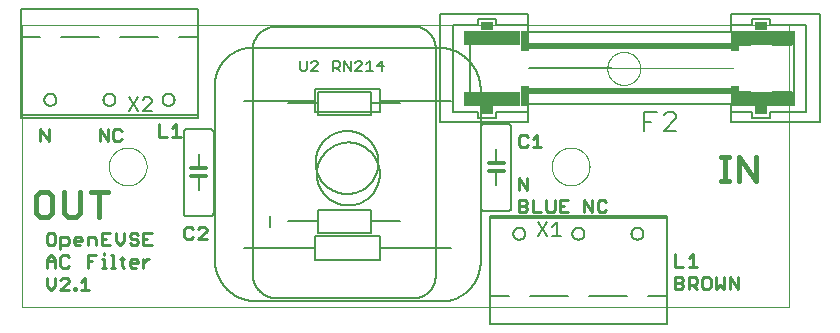
<source format=gto>
G04 EAGLE Gerber RS-274X export*
G75*
%MOMM*%
%FSLAX34Y34*%
%LPD*%
%INTop silk*%
%IPPOS*%
%AMOC8*
5,1,8,0,0,1.08239X$1,22.5*%
G01*
%ADD10C,0.000000*%
%ADD11C,0.177800*%
%ADD12C,0.228600*%
%ADD13C,0.457200*%
%ADD14C,0.127000*%
%ADD15C,0.304800*%
%ADD16C,0.152400*%
%ADD17C,0.050800*%
%ADD18R,10.160000X0.508000*%
%ADD19R,0.635000X1.651000*%
%ADD20R,0.254000X4.064000*%
%ADD21R,4.826000X1.143000*%
%ADD22R,1.016000X0.762000*%
%ADD23R,1.016000X0.127000*%
%ADD24R,1.778000X0.127000*%


D10*
X25320Y-4000D02*
X674680Y-4000D01*
X674680Y235000D01*
X25320Y235000D01*
X25320Y-4000D01*
D11*
X260889Y197287D02*
X260889Y204278D01*
X260889Y197287D02*
X262287Y195889D01*
X265084Y195889D01*
X266482Y197287D01*
X266482Y204278D01*
X270244Y195889D02*
X275837Y195889D01*
X270244Y195889D02*
X275837Y201482D01*
X275837Y202880D01*
X274439Y204278D01*
X271642Y204278D01*
X270244Y202880D01*
X288955Y204278D02*
X288955Y195889D01*
X288955Y204278D02*
X293149Y204278D01*
X294547Y202880D01*
X294547Y200084D01*
X293149Y198685D01*
X288955Y198685D01*
X291751Y198685D02*
X294547Y195889D01*
X298310Y195889D02*
X298310Y204278D01*
X303903Y195889D01*
X303903Y204278D01*
X307665Y195889D02*
X313258Y195889D01*
X307665Y195889D02*
X313258Y201482D01*
X313258Y202880D01*
X311860Y204278D01*
X309063Y204278D01*
X307665Y202880D01*
X317020Y201482D02*
X319817Y204278D01*
X319817Y195889D01*
X322613Y195889D02*
X317020Y195889D01*
X330570Y195889D02*
X330570Y204278D01*
X326375Y200084D01*
X331968Y200084D01*
D10*
X99000Y115000D02*
X99005Y115393D01*
X99019Y115785D01*
X99043Y116177D01*
X99077Y116568D01*
X99120Y116959D01*
X99173Y117348D01*
X99236Y117735D01*
X99307Y118121D01*
X99389Y118506D01*
X99479Y118888D01*
X99580Y119267D01*
X99689Y119645D01*
X99808Y120019D01*
X99935Y120390D01*
X100072Y120758D01*
X100218Y121123D01*
X100373Y121484D01*
X100536Y121841D01*
X100708Y122194D01*
X100889Y122542D01*
X101079Y122886D01*
X101276Y123226D01*
X101482Y123560D01*
X101696Y123889D01*
X101919Y124213D01*
X102149Y124531D01*
X102386Y124844D01*
X102632Y125150D01*
X102885Y125451D01*
X103145Y125745D01*
X103412Y126033D01*
X103686Y126314D01*
X103967Y126588D01*
X104255Y126855D01*
X104549Y127115D01*
X104850Y127368D01*
X105156Y127614D01*
X105469Y127851D01*
X105787Y128081D01*
X106111Y128304D01*
X106440Y128518D01*
X106774Y128724D01*
X107114Y128921D01*
X107458Y129111D01*
X107806Y129292D01*
X108159Y129464D01*
X108516Y129627D01*
X108877Y129782D01*
X109242Y129928D01*
X109610Y130065D01*
X109981Y130192D01*
X110355Y130311D01*
X110733Y130420D01*
X111112Y130521D01*
X111494Y130611D01*
X111879Y130693D01*
X112265Y130764D01*
X112652Y130827D01*
X113041Y130880D01*
X113432Y130923D01*
X113823Y130957D01*
X114215Y130981D01*
X114607Y130995D01*
X115000Y131000D01*
X115393Y130995D01*
X115785Y130981D01*
X116177Y130957D01*
X116568Y130923D01*
X116959Y130880D01*
X117348Y130827D01*
X117735Y130764D01*
X118121Y130693D01*
X118506Y130611D01*
X118888Y130521D01*
X119267Y130420D01*
X119645Y130311D01*
X120019Y130192D01*
X120390Y130065D01*
X120758Y129928D01*
X121123Y129782D01*
X121484Y129627D01*
X121841Y129464D01*
X122194Y129292D01*
X122542Y129111D01*
X122886Y128921D01*
X123226Y128724D01*
X123560Y128518D01*
X123889Y128304D01*
X124213Y128081D01*
X124531Y127851D01*
X124844Y127614D01*
X125150Y127368D01*
X125451Y127115D01*
X125745Y126855D01*
X126033Y126588D01*
X126314Y126314D01*
X126588Y126033D01*
X126855Y125745D01*
X127115Y125451D01*
X127368Y125150D01*
X127614Y124844D01*
X127851Y124531D01*
X128081Y124213D01*
X128304Y123889D01*
X128518Y123560D01*
X128724Y123226D01*
X128921Y122886D01*
X129111Y122542D01*
X129292Y122194D01*
X129464Y121841D01*
X129627Y121484D01*
X129782Y121123D01*
X129928Y120758D01*
X130065Y120390D01*
X130192Y120019D01*
X130311Y119645D01*
X130420Y119267D01*
X130521Y118888D01*
X130611Y118506D01*
X130693Y118121D01*
X130764Y117735D01*
X130827Y117348D01*
X130880Y116959D01*
X130923Y116568D01*
X130957Y116177D01*
X130981Y115785D01*
X130995Y115393D01*
X131000Y115000D01*
X130995Y114607D01*
X130981Y114215D01*
X130957Y113823D01*
X130923Y113432D01*
X130880Y113041D01*
X130827Y112652D01*
X130764Y112265D01*
X130693Y111879D01*
X130611Y111494D01*
X130521Y111112D01*
X130420Y110733D01*
X130311Y110355D01*
X130192Y109981D01*
X130065Y109610D01*
X129928Y109242D01*
X129782Y108877D01*
X129627Y108516D01*
X129464Y108159D01*
X129292Y107806D01*
X129111Y107458D01*
X128921Y107114D01*
X128724Y106774D01*
X128518Y106440D01*
X128304Y106111D01*
X128081Y105787D01*
X127851Y105469D01*
X127614Y105156D01*
X127368Y104850D01*
X127115Y104549D01*
X126855Y104255D01*
X126588Y103967D01*
X126314Y103686D01*
X126033Y103412D01*
X125745Y103145D01*
X125451Y102885D01*
X125150Y102632D01*
X124844Y102386D01*
X124531Y102149D01*
X124213Y101919D01*
X123889Y101696D01*
X123560Y101482D01*
X123226Y101276D01*
X122886Y101079D01*
X122542Y100889D01*
X122194Y100708D01*
X121841Y100536D01*
X121484Y100373D01*
X121123Y100218D01*
X120758Y100072D01*
X120390Y99935D01*
X120019Y99808D01*
X119645Y99689D01*
X119267Y99580D01*
X118888Y99479D01*
X118506Y99389D01*
X118121Y99307D01*
X117735Y99236D01*
X117348Y99173D01*
X116959Y99120D01*
X116568Y99077D01*
X116177Y99043D01*
X115785Y99019D01*
X115393Y99005D01*
X115000Y99000D01*
X114607Y99005D01*
X114215Y99019D01*
X113823Y99043D01*
X113432Y99077D01*
X113041Y99120D01*
X112652Y99173D01*
X112265Y99236D01*
X111879Y99307D01*
X111494Y99389D01*
X111112Y99479D01*
X110733Y99580D01*
X110355Y99689D01*
X109981Y99808D01*
X109610Y99935D01*
X109242Y100072D01*
X108877Y100218D01*
X108516Y100373D01*
X108159Y100536D01*
X107806Y100708D01*
X107458Y100889D01*
X107114Y101079D01*
X106774Y101276D01*
X106440Y101482D01*
X106111Y101696D01*
X105787Y101919D01*
X105469Y102149D01*
X105156Y102386D01*
X104850Y102632D01*
X104549Y102885D01*
X104255Y103145D01*
X103967Y103412D01*
X103686Y103686D01*
X103412Y103967D01*
X103145Y104255D01*
X102885Y104549D01*
X102632Y104850D01*
X102386Y105156D01*
X102149Y105469D01*
X101919Y105787D01*
X101696Y106111D01*
X101482Y106440D01*
X101276Y106774D01*
X101079Y107114D01*
X100889Y107458D01*
X100708Y107806D01*
X100536Y108159D01*
X100373Y108516D01*
X100218Y108877D01*
X100072Y109242D01*
X99935Y109610D01*
X99808Y109981D01*
X99689Y110355D01*
X99580Y110733D01*
X99479Y111112D01*
X99389Y111494D01*
X99307Y111879D01*
X99236Y112265D01*
X99173Y112652D01*
X99120Y113041D01*
X99077Y113432D01*
X99043Y113823D01*
X99019Y114215D01*
X99005Y114607D01*
X99000Y115000D01*
X474000Y115000D02*
X474005Y115393D01*
X474019Y115785D01*
X474043Y116177D01*
X474077Y116568D01*
X474120Y116959D01*
X474173Y117348D01*
X474236Y117735D01*
X474307Y118121D01*
X474389Y118506D01*
X474479Y118888D01*
X474580Y119267D01*
X474689Y119645D01*
X474808Y120019D01*
X474935Y120390D01*
X475072Y120758D01*
X475218Y121123D01*
X475373Y121484D01*
X475536Y121841D01*
X475708Y122194D01*
X475889Y122542D01*
X476079Y122886D01*
X476276Y123226D01*
X476482Y123560D01*
X476696Y123889D01*
X476919Y124213D01*
X477149Y124531D01*
X477386Y124844D01*
X477632Y125150D01*
X477885Y125451D01*
X478145Y125745D01*
X478412Y126033D01*
X478686Y126314D01*
X478967Y126588D01*
X479255Y126855D01*
X479549Y127115D01*
X479850Y127368D01*
X480156Y127614D01*
X480469Y127851D01*
X480787Y128081D01*
X481111Y128304D01*
X481440Y128518D01*
X481774Y128724D01*
X482114Y128921D01*
X482458Y129111D01*
X482806Y129292D01*
X483159Y129464D01*
X483516Y129627D01*
X483877Y129782D01*
X484242Y129928D01*
X484610Y130065D01*
X484981Y130192D01*
X485355Y130311D01*
X485733Y130420D01*
X486112Y130521D01*
X486494Y130611D01*
X486879Y130693D01*
X487265Y130764D01*
X487652Y130827D01*
X488041Y130880D01*
X488432Y130923D01*
X488823Y130957D01*
X489215Y130981D01*
X489607Y130995D01*
X490000Y131000D01*
X490393Y130995D01*
X490785Y130981D01*
X491177Y130957D01*
X491568Y130923D01*
X491959Y130880D01*
X492348Y130827D01*
X492735Y130764D01*
X493121Y130693D01*
X493506Y130611D01*
X493888Y130521D01*
X494267Y130420D01*
X494645Y130311D01*
X495019Y130192D01*
X495390Y130065D01*
X495758Y129928D01*
X496123Y129782D01*
X496484Y129627D01*
X496841Y129464D01*
X497194Y129292D01*
X497542Y129111D01*
X497886Y128921D01*
X498226Y128724D01*
X498560Y128518D01*
X498889Y128304D01*
X499213Y128081D01*
X499531Y127851D01*
X499844Y127614D01*
X500150Y127368D01*
X500451Y127115D01*
X500745Y126855D01*
X501033Y126588D01*
X501314Y126314D01*
X501588Y126033D01*
X501855Y125745D01*
X502115Y125451D01*
X502368Y125150D01*
X502614Y124844D01*
X502851Y124531D01*
X503081Y124213D01*
X503304Y123889D01*
X503518Y123560D01*
X503724Y123226D01*
X503921Y122886D01*
X504111Y122542D01*
X504292Y122194D01*
X504464Y121841D01*
X504627Y121484D01*
X504782Y121123D01*
X504928Y120758D01*
X505065Y120390D01*
X505192Y120019D01*
X505311Y119645D01*
X505420Y119267D01*
X505521Y118888D01*
X505611Y118506D01*
X505693Y118121D01*
X505764Y117735D01*
X505827Y117348D01*
X505880Y116959D01*
X505923Y116568D01*
X505957Y116177D01*
X505981Y115785D01*
X505995Y115393D01*
X506000Y115000D01*
X505995Y114607D01*
X505981Y114215D01*
X505957Y113823D01*
X505923Y113432D01*
X505880Y113041D01*
X505827Y112652D01*
X505764Y112265D01*
X505693Y111879D01*
X505611Y111494D01*
X505521Y111112D01*
X505420Y110733D01*
X505311Y110355D01*
X505192Y109981D01*
X505065Y109610D01*
X504928Y109242D01*
X504782Y108877D01*
X504627Y108516D01*
X504464Y108159D01*
X504292Y107806D01*
X504111Y107458D01*
X503921Y107114D01*
X503724Y106774D01*
X503518Y106440D01*
X503304Y106111D01*
X503081Y105787D01*
X502851Y105469D01*
X502614Y105156D01*
X502368Y104850D01*
X502115Y104549D01*
X501855Y104255D01*
X501588Y103967D01*
X501314Y103686D01*
X501033Y103412D01*
X500745Y103145D01*
X500451Y102885D01*
X500150Y102632D01*
X499844Y102386D01*
X499531Y102149D01*
X499213Y101919D01*
X498889Y101696D01*
X498560Y101482D01*
X498226Y101276D01*
X497886Y101079D01*
X497542Y100889D01*
X497194Y100708D01*
X496841Y100536D01*
X496484Y100373D01*
X496123Y100218D01*
X495758Y100072D01*
X495390Y99935D01*
X495019Y99808D01*
X494645Y99689D01*
X494267Y99580D01*
X493888Y99479D01*
X493506Y99389D01*
X493121Y99307D01*
X492735Y99236D01*
X492348Y99173D01*
X491959Y99120D01*
X491568Y99077D01*
X491177Y99043D01*
X490785Y99019D01*
X490393Y99005D01*
X490000Y99000D01*
X489607Y99005D01*
X489215Y99019D01*
X488823Y99043D01*
X488432Y99077D01*
X488041Y99120D01*
X487652Y99173D01*
X487265Y99236D01*
X486879Y99307D01*
X486494Y99389D01*
X486112Y99479D01*
X485733Y99580D01*
X485355Y99689D01*
X484981Y99808D01*
X484610Y99935D01*
X484242Y100072D01*
X483877Y100218D01*
X483516Y100373D01*
X483159Y100536D01*
X482806Y100708D01*
X482458Y100889D01*
X482114Y101079D01*
X481774Y101276D01*
X481440Y101482D01*
X481111Y101696D01*
X480787Y101919D01*
X480469Y102149D01*
X480156Y102386D01*
X479850Y102632D01*
X479549Y102885D01*
X479255Y103145D01*
X478967Y103412D01*
X478686Y103686D01*
X478412Y103967D01*
X478145Y104255D01*
X477885Y104549D01*
X477632Y104850D01*
X477386Y105156D01*
X477149Y105469D01*
X476919Y105787D01*
X476696Y106111D01*
X476482Y106440D01*
X476276Y106774D01*
X476079Y107114D01*
X475889Y107458D01*
X475708Y107806D01*
X475536Y108159D01*
X475373Y108516D01*
X475218Y108877D01*
X475072Y109242D01*
X474935Y109610D01*
X474808Y109981D01*
X474689Y110355D01*
X474580Y110733D01*
X474479Y111112D01*
X474389Y111494D01*
X474307Y111879D01*
X474236Y112265D01*
X474173Y112652D01*
X474120Y113041D01*
X474077Y113432D01*
X474043Y113823D01*
X474019Y114215D01*
X474005Y114607D01*
X474000Y115000D01*
D12*
X51594Y58876D02*
X48120Y58876D01*
X46383Y57139D01*
X46383Y50190D01*
X48120Y48453D01*
X51594Y48453D01*
X53332Y50190D01*
X53332Y57139D01*
X51594Y58876D01*
X58077Y55402D02*
X58077Y44979D01*
X58077Y55402D02*
X63288Y55402D01*
X65026Y53664D01*
X65026Y50190D01*
X63288Y48453D01*
X58077Y48453D01*
X71508Y48453D02*
X74982Y48453D01*
X71508Y48453D02*
X69771Y50190D01*
X69771Y53664D01*
X71508Y55402D01*
X74982Y55402D01*
X76720Y53664D01*
X76720Y51927D01*
X69771Y51927D01*
X81465Y48453D02*
X81465Y55402D01*
X86676Y55402D01*
X88414Y53664D01*
X88414Y48453D01*
X93159Y58876D02*
X100107Y58876D01*
X93159Y58876D02*
X93159Y48453D01*
X100107Y48453D01*
X96633Y53664D02*
X93159Y53664D01*
X104853Y51927D02*
X104853Y58876D01*
X104853Y51927D02*
X108327Y48453D01*
X111801Y51927D01*
X111801Y58876D01*
X121758Y58876D02*
X123495Y57139D01*
X121758Y58876D02*
X118284Y58876D01*
X116547Y57139D01*
X116547Y55402D01*
X118284Y53664D01*
X121758Y53664D01*
X123495Y51927D01*
X123495Y50190D01*
X121758Y48453D01*
X118284Y48453D01*
X116547Y50190D01*
X128241Y58876D02*
X135189Y58876D01*
X128241Y58876D02*
X128241Y48453D01*
X135189Y48453D01*
X131715Y53664D02*
X128241Y53664D01*
X46383Y36352D02*
X46383Y29403D01*
X46383Y36352D02*
X49857Y39826D01*
X53332Y36352D01*
X53332Y29403D01*
X53332Y34614D02*
X46383Y34614D01*
X63288Y39826D02*
X65026Y38089D01*
X63288Y39826D02*
X59814Y39826D01*
X58077Y38089D01*
X58077Y31140D01*
X59814Y29403D01*
X63288Y29403D01*
X65026Y31140D01*
X81465Y29403D02*
X81465Y39826D01*
X88414Y39826D01*
X84939Y34614D02*
X81465Y34614D01*
X93159Y36352D02*
X94896Y36352D01*
X94896Y29403D01*
X93159Y29403D02*
X96633Y29403D01*
X94896Y39826D02*
X94896Y41563D01*
X100955Y39826D02*
X102692Y39826D01*
X102692Y29403D01*
X100955Y29403D02*
X104429Y29403D01*
X110488Y31140D02*
X110488Y38089D01*
X110488Y31140D02*
X112225Y29403D01*
X112225Y36352D02*
X108751Y36352D01*
X118284Y29403D02*
X121758Y29403D01*
X118284Y29403D02*
X116547Y31140D01*
X116547Y34614D01*
X118284Y36352D01*
X121758Y36352D01*
X123495Y34614D01*
X123495Y32877D01*
X116547Y32877D01*
X128241Y29403D02*
X128241Y36352D01*
X131715Y36352D02*
X128241Y32877D01*
X131715Y36352D02*
X133452Y36352D01*
X46383Y20776D02*
X46383Y13827D01*
X49857Y10353D01*
X53332Y13827D01*
X53332Y20776D01*
X58077Y10353D02*
X65026Y10353D01*
X58077Y10353D02*
X65026Y17302D01*
X65026Y19039D01*
X63288Y20776D01*
X59814Y20776D01*
X58077Y19039D01*
X69771Y12090D02*
X69771Y10353D01*
X69771Y12090D02*
X71508Y12090D01*
X71508Y10353D01*
X69771Y10353D01*
X75618Y17302D02*
X79092Y20776D01*
X79092Y10353D01*
X75618Y10353D02*
X82567Y10353D01*
X141143Y140193D02*
X141143Y150616D01*
X141143Y140193D02*
X148092Y140193D01*
X152837Y147142D02*
X156311Y150616D01*
X156311Y140193D01*
X152837Y140193D02*
X159786Y140193D01*
X578143Y40616D02*
X578143Y30193D01*
X585092Y30193D01*
X589837Y37142D02*
X593311Y40616D01*
X593311Y30193D01*
X589837Y30193D02*
X596786Y30193D01*
X578143Y21566D02*
X578143Y11143D01*
X578143Y21566D02*
X583354Y21566D01*
X585092Y19829D01*
X585092Y18092D01*
X583354Y16354D01*
X585092Y14617D01*
X585092Y12880D01*
X583354Y11143D01*
X578143Y11143D01*
X578143Y16354D02*
X583354Y16354D01*
X589837Y11143D02*
X589837Y21566D01*
X595048Y21566D01*
X596786Y19829D01*
X596786Y16354D01*
X595048Y14617D01*
X589837Y14617D01*
X593311Y14617D02*
X596786Y11143D01*
X603268Y21566D02*
X606742Y21566D01*
X603268Y21566D02*
X601531Y19829D01*
X601531Y12880D01*
X603268Y11143D01*
X606742Y11143D01*
X608480Y12880D01*
X608480Y19829D01*
X606742Y21566D01*
X613225Y21566D02*
X613225Y11143D01*
X616699Y14617D01*
X620174Y11143D01*
X620174Y21566D01*
X624919Y21566D02*
X624919Y11143D01*
X631867Y11143D02*
X624919Y21566D01*
X631867Y21566D02*
X631867Y11143D01*
X41143Y136143D02*
X41143Y146566D01*
X48092Y136143D01*
X48092Y146566D01*
X446143Y105616D02*
X446143Y95193D01*
X453092Y95193D02*
X446143Y105616D01*
X453092Y105616D02*
X453092Y95193D01*
X446143Y86566D02*
X446143Y76143D01*
X446143Y86566D02*
X451354Y86566D01*
X453092Y84829D01*
X453092Y83092D01*
X451354Y81354D01*
X453092Y79617D01*
X453092Y77880D01*
X451354Y76143D01*
X446143Y76143D01*
X446143Y81354D02*
X451354Y81354D01*
X457837Y76143D02*
X457837Y86566D01*
X457837Y76143D02*
X464786Y76143D01*
X469531Y77880D02*
X469531Y86566D01*
X469531Y77880D02*
X471268Y76143D01*
X474742Y76143D01*
X476480Y77880D01*
X476480Y86566D01*
X481225Y86566D02*
X488174Y86566D01*
X481225Y86566D02*
X481225Y76143D01*
X488174Y76143D01*
X484699Y81354D02*
X481225Y81354D01*
D13*
X47709Y93132D02*
X40760Y93132D01*
X37286Y89658D01*
X37286Y75760D01*
X40760Y72286D01*
X47709Y72286D01*
X51183Y75760D01*
X51183Y89658D01*
X47709Y93132D01*
X60674Y93132D02*
X60674Y75760D01*
X64148Y72286D01*
X71097Y72286D01*
X74571Y75760D01*
X74571Y93132D01*
X91011Y93132D02*
X91011Y72286D01*
X84062Y93132D02*
X97959Y93132D01*
X617286Y102286D02*
X624235Y102286D01*
X620760Y102286D02*
X620760Y123132D01*
X617286Y123132D02*
X624235Y123132D01*
X632878Y123132D02*
X632878Y102286D01*
X646775Y102286D02*
X632878Y123132D01*
X646775Y123132D02*
X646775Y102286D01*
D12*
X91143Y136143D02*
X91143Y146566D01*
X98092Y136143D01*
X98092Y146566D01*
X108048Y146566D02*
X109786Y144829D01*
X108048Y146566D02*
X104574Y146566D01*
X102837Y144829D01*
X102837Y137880D01*
X104574Y136143D01*
X108048Y136143D01*
X109786Y137880D01*
X501143Y86566D02*
X501143Y76143D01*
X508092Y76143D02*
X501143Y86566D01*
X508092Y86566D02*
X508092Y76143D01*
X518048Y86566D02*
X519786Y84829D01*
X518048Y86566D02*
X514574Y86566D01*
X512837Y84829D01*
X512837Y77880D01*
X514574Y76143D01*
X518048Y76143D01*
X519786Y77880D01*
D14*
X377745Y215700D02*
X220816Y215700D01*
X377745Y215701D02*
X378616Y215690D01*
X379487Y215659D01*
X380357Y215606D01*
X381225Y215533D01*
X382091Y215438D01*
X382955Y215323D01*
X383815Y215186D01*
X384672Y215029D01*
X385525Y214852D01*
X386374Y214653D01*
X387217Y214435D01*
X388055Y214196D01*
X388887Y213936D01*
X389712Y213657D01*
X390531Y213358D01*
X391342Y213039D01*
X392144Y212701D01*
X392939Y212343D01*
X393725Y211967D01*
X394501Y211571D01*
X395268Y211157D01*
X396024Y210724D01*
X396770Y210273D01*
X397504Y209805D01*
X398227Y209319D01*
X398938Y208815D01*
X399637Y208294D01*
X400323Y207757D01*
X400995Y207203D01*
X401655Y206633D01*
X402300Y206048D01*
X402931Y205447D01*
X403547Y204831D01*
X404148Y204200D01*
X404733Y203555D01*
X405303Y202895D01*
X405857Y202223D01*
X406394Y201537D01*
X406915Y200838D01*
X407419Y200127D01*
X407905Y199404D01*
X408373Y198670D01*
X408824Y197924D01*
X409257Y197168D01*
X409671Y196401D01*
X410067Y195625D01*
X410443Y194839D01*
X410801Y194044D01*
X411139Y193242D01*
X411458Y192431D01*
X411757Y191612D01*
X412036Y190787D01*
X412296Y189955D01*
X412535Y189117D01*
X412753Y188274D01*
X412952Y187425D01*
X413129Y186572D01*
X413286Y185715D01*
X413423Y184855D01*
X413538Y183991D01*
X413633Y183125D01*
X413706Y182257D01*
X413759Y181387D01*
X413790Y180516D01*
X413801Y179645D01*
X413800Y179645D02*
X413800Y34241D01*
X413790Y33431D01*
X413761Y32621D01*
X413712Y31811D01*
X413643Y31004D01*
X413555Y30198D01*
X413448Y29395D01*
X413321Y28594D01*
X413175Y27797D01*
X413010Y27003D01*
X412825Y26214D01*
X412622Y25430D01*
X412400Y24650D01*
X412158Y23876D01*
X411899Y23108D01*
X411620Y22347D01*
X411324Y21593D01*
X411009Y20846D01*
X410676Y20107D01*
X410326Y19376D01*
X409958Y18654D01*
X409573Y17941D01*
X409170Y17237D01*
X408751Y16543D01*
X408315Y15860D01*
X407863Y15188D01*
X407394Y14526D01*
X406910Y13876D01*
X406410Y13238D01*
X405895Y12612D01*
X405365Y11999D01*
X404820Y11399D01*
X404261Y10812D01*
X403688Y10239D01*
X403101Y9680D01*
X402501Y9135D01*
X401888Y8605D01*
X401262Y8090D01*
X400624Y7590D01*
X399974Y7106D01*
X399312Y6637D01*
X398640Y6185D01*
X397957Y5749D01*
X397263Y5330D01*
X396559Y4927D01*
X395846Y4542D01*
X395124Y4174D01*
X394393Y3824D01*
X393654Y3491D01*
X392907Y3176D01*
X392153Y2880D01*
X391392Y2601D01*
X390624Y2342D01*
X389850Y2100D01*
X389070Y1878D01*
X388286Y1675D01*
X387497Y1490D01*
X386703Y1325D01*
X385906Y1179D01*
X385105Y1052D01*
X384302Y945D01*
X383496Y857D01*
X382689Y788D01*
X381879Y739D01*
X381069Y710D01*
X380259Y700D01*
X224155Y700D01*
X223301Y710D01*
X222447Y741D01*
X221594Y793D01*
X220743Y865D01*
X219893Y958D01*
X219047Y1071D01*
X218203Y1205D01*
X217362Y1359D01*
X216526Y1533D01*
X215694Y1727D01*
X214867Y1942D01*
X214045Y2176D01*
X213230Y2430D01*
X212420Y2704D01*
X211618Y2998D01*
X210823Y3310D01*
X210035Y3642D01*
X209256Y3992D01*
X208486Y4362D01*
X207725Y4750D01*
X206973Y5156D01*
X206231Y5580D01*
X205500Y6022D01*
X204780Y6482D01*
X204071Y6958D01*
X203374Y7452D01*
X202689Y7963D01*
X202016Y8490D01*
X201357Y9033D01*
X200710Y9591D01*
X200078Y10166D01*
X199459Y10755D01*
X198855Y11359D01*
X198266Y11978D01*
X197691Y12610D01*
X197133Y13257D01*
X196590Y13916D01*
X196063Y14589D01*
X195552Y15274D01*
X195058Y15971D01*
X194582Y16680D01*
X194122Y17400D01*
X193680Y18131D01*
X193256Y18873D01*
X192850Y19625D01*
X192462Y20386D01*
X192092Y21156D01*
X191742Y21935D01*
X191410Y22723D01*
X191098Y23518D01*
X190804Y24320D01*
X190530Y25130D01*
X190276Y25945D01*
X190042Y26767D01*
X189827Y27594D01*
X189633Y28426D01*
X189459Y29262D01*
X189305Y30103D01*
X189171Y30947D01*
X189058Y31793D01*
X188965Y32643D01*
X188893Y33494D01*
X188841Y34347D01*
X188810Y35201D01*
X188800Y36055D01*
X188800Y183684D01*
X188809Y184458D01*
X188837Y185231D01*
X188884Y186003D01*
X188949Y186774D01*
X189033Y187543D01*
X189136Y188310D01*
X189257Y189074D01*
X189396Y189835D01*
X189554Y190593D01*
X189730Y191346D01*
X189925Y192095D01*
X190137Y192839D01*
X190367Y193577D01*
X190615Y194310D01*
X190881Y195037D01*
X191164Y195757D01*
X191464Y196470D01*
X191782Y197176D01*
X192116Y197873D01*
X192467Y198563D01*
X192835Y199243D01*
X193219Y199915D01*
X193619Y200577D01*
X194036Y201229D01*
X194467Y201871D01*
X194915Y202503D01*
X195377Y203123D01*
X195854Y203732D01*
X196346Y204329D01*
X196852Y204915D01*
X197372Y205487D01*
X197905Y206048D01*
X198452Y206595D01*
X199013Y207128D01*
X199585Y207648D01*
X200171Y208154D01*
X200768Y208646D01*
X201377Y209123D01*
X201997Y209585D01*
X202629Y210033D01*
X203271Y210464D01*
X203923Y210881D01*
X204585Y211281D01*
X205257Y211665D01*
X205937Y212033D01*
X206627Y212384D01*
X207324Y212718D01*
X208030Y213036D01*
X208743Y213336D01*
X209463Y213619D01*
X210190Y213885D01*
X210923Y214133D01*
X211661Y214363D01*
X212405Y214575D01*
X213154Y214770D01*
X213907Y214946D01*
X214665Y215104D01*
X215426Y215243D01*
X216190Y215364D01*
X216957Y215467D01*
X217726Y215551D01*
X218497Y215616D01*
X219269Y215663D01*
X220042Y215691D01*
X220816Y215700D01*
X275173Y108700D02*
X275181Y109353D01*
X275205Y110007D01*
X275245Y110659D01*
X275301Y111310D01*
X275373Y111959D01*
X275461Y112607D01*
X275565Y113252D01*
X275685Y113895D01*
X275820Y114534D01*
X275971Y115170D01*
X276138Y115802D01*
X276320Y116429D01*
X276517Y117052D01*
X276730Y117670D01*
X276957Y118283D01*
X277200Y118890D01*
X277457Y119490D01*
X277729Y120085D01*
X278016Y120672D01*
X278317Y121252D01*
X278632Y121824D01*
X278961Y122389D01*
X279304Y122945D01*
X279660Y123493D01*
X280030Y124032D01*
X280413Y124562D01*
X280809Y125082D01*
X281217Y125592D01*
X281638Y126092D01*
X282071Y126582D01*
X282515Y127060D01*
X282972Y127528D01*
X283440Y127985D01*
X283918Y128429D01*
X284408Y128862D01*
X284908Y129283D01*
X285418Y129691D01*
X285938Y130087D01*
X286468Y130470D01*
X287007Y130840D01*
X287555Y131196D01*
X288111Y131539D01*
X288676Y131868D01*
X289248Y132183D01*
X289828Y132484D01*
X290415Y132771D01*
X291010Y133043D01*
X291610Y133300D01*
X292217Y133543D01*
X292830Y133770D01*
X293448Y133983D01*
X294071Y134180D01*
X294698Y134362D01*
X295330Y134529D01*
X295966Y134680D01*
X296605Y134815D01*
X297248Y134935D01*
X297893Y135039D01*
X298541Y135127D01*
X299190Y135199D01*
X299841Y135255D01*
X300493Y135295D01*
X301147Y135319D01*
X301800Y135327D01*
X302453Y135319D01*
X303107Y135295D01*
X303759Y135255D01*
X304410Y135199D01*
X305059Y135127D01*
X305707Y135039D01*
X306352Y134935D01*
X306995Y134815D01*
X307634Y134680D01*
X308270Y134529D01*
X308902Y134362D01*
X309529Y134180D01*
X310152Y133983D01*
X310770Y133770D01*
X311383Y133543D01*
X311990Y133300D01*
X312590Y133043D01*
X313185Y132771D01*
X313772Y132484D01*
X314352Y132183D01*
X314924Y131868D01*
X315489Y131539D01*
X316045Y131196D01*
X316593Y130840D01*
X317132Y130470D01*
X317662Y130087D01*
X318182Y129691D01*
X318692Y129283D01*
X319192Y128862D01*
X319682Y128429D01*
X320160Y127985D01*
X320628Y127528D01*
X321085Y127060D01*
X321529Y126582D01*
X321962Y126092D01*
X322383Y125592D01*
X322791Y125082D01*
X323187Y124562D01*
X323570Y124032D01*
X323940Y123493D01*
X324296Y122945D01*
X324639Y122389D01*
X324968Y121824D01*
X325283Y121252D01*
X325584Y120672D01*
X325871Y120085D01*
X326143Y119490D01*
X326400Y118890D01*
X326643Y118283D01*
X326870Y117670D01*
X327083Y117052D01*
X327280Y116429D01*
X327462Y115802D01*
X327629Y115170D01*
X327780Y114534D01*
X327915Y113895D01*
X328035Y113252D01*
X328139Y112607D01*
X328227Y111959D01*
X328299Y111310D01*
X328355Y110659D01*
X328395Y110007D01*
X328419Y109353D01*
X328427Y108700D01*
X328419Y108047D01*
X328395Y107393D01*
X328355Y106741D01*
X328299Y106090D01*
X328227Y105441D01*
X328139Y104793D01*
X328035Y104148D01*
X327915Y103505D01*
X327780Y102866D01*
X327629Y102230D01*
X327462Y101598D01*
X327280Y100971D01*
X327083Y100348D01*
X326870Y99730D01*
X326643Y99117D01*
X326400Y98510D01*
X326143Y97910D01*
X325871Y97315D01*
X325584Y96728D01*
X325283Y96148D01*
X324968Y95576D01*
X324639Y95011D01*
X324296Y94455D01*
X323940Y93907D01*
X323570Y93368D01*
X323187Y92838D01*
X322791Y92318D01*
X322383Y91808D01*
X321962Y91308D01*
X321529Y90818D01*
X321085Y90340D01*
X320628Y89872D01*
X320160Y89415D01*
X319682Y88971D01*
X319192Y88538D01*
X318692Y88117D01*
X318182Y87709D01*
X317662Y87313D01*
X317132Y86930D01*
X316593Y86560D01*
X316045Y86204D01*
X315489Y85861D01*
X314924Y85532D01*
X314352Y85217D01*
X313772Y84916D01*
X313185Y84629D01*
X312590Y84357D01*
X311990Y84100D01*
X311383Y83857D01*
X310770Y83630D01*
X310152Y83417D01*
X309529Y83220D01*
X308902Y83038D01*
X308270Y82871D01*
X307634Y82720D01*
X306995Y82585D01*
X306352Y82465D01*
X305707Y82361D01*
X305059Y82273D01*
X304410Y82201D01*
X303759Y82145D01*
X303107Y82105D01*
X302453Y82081D01*
X301800Y82073D01*
X301147Y82081D01*
X300493Y82105D01*
X299841Y82145D01*
X299190Y82201D01*
X298541Y82273D01*
X297893Y82361D01*
X297248Y82465D01*
X296605Y82585D01*
X295966Y82720D01*
X295330Y82871D01*
X294698Y83038D01*
X294071Y83220D01*
X293448Y83417D01*
X292830Y83630D01*
X292217Y83857D01*
X291610Y84100D01*
X291010Y84357D01*
X290415Y84629D01*
X289828Y84916D01*
X289248Y85217D01*
X288676Y85532D01*
X288111Y85861D01*
X287555Y86204D01*
X287007Y86560D01*
X286468Y86930D01*
X285938Y87313D01*
X285418Y87709D01*
X284908Y88117D01*
X284408Y88538D01*
X283918Y88971D01*
X283440Y89415D01*
X282972Y89872D01*
X282515Y90340D01*
X282071Y90818D01*
X281638Y91308D01*
X281217Y91808D01*
X280809Y92318D01*
X280413Y92838D01*
X280030Y93368D01*
X279660Y93907D01*
X279304Y94455D01*
X278961Y95011D01*
X278632Y95576D01*
X278317Y96148D01*
X278016Y96728D01*
X277729Y97315D01*
X277457Y97910D01*
X277200Y98510D01*
X276957Y99117D01*
X276730Y99730D01*
X276517Y100348D01*
X276320Y100971D01*
X276138Y101598D01*
X275971Y102230D01*
X275820Y102866D01*
X275685Y103505D01*
X275565Y104148D01*
X275461Y104793D01*
X275373Y105441D01*
X275301Y106090D01*
X275245Y106741D01*
X275205Y107393D01*
X275181Y108047D01*
X275173Y108700D01*
X328800Y170700D02*
X388800Y170700D01*
X328800Y170700D02*
X328800Y160700D01*
X328800Y170700D02*
X328800Y180700D01*
X273800Y180700D01*
X273800Y170700D01*
X273800Y160700D01*
X328800Y160700D01*
X273800Y170700D02*
X213800Y170700D01*
X328800Y45700D02*
X388800Y45700D01*
X328800Y45700D02*
X328800Y35700D01*
X328800Y45700D02*
X328800Y55700D01*
X273800Y55700D01*
X273800Y45700D01*
X273800Y35700D01*
X328800Y35700D01*
X273800Y45700D02*
X213800Y45700D01*
X375700Y22376D02*
X375700Y215440D01*
X375700Y22376D02*
X375694Y21917D01*
X375678Y21459D01*
X375650Y21001D01*
X375611Y20545D01*
X375562Y20089D01*
X375501Y19634D01*
X375429Y19181D01*
X375346Y18730D01*
X375253Y18281D01*
X375149Y17835D01*
X375033Y17391D01*
X374908Y16950D01*
X374771Y16512D01*
X374624Y16078D01*
X374467Y15647D01*
X374299Y15220D01*
X374121Y14798D01*
X373933Y14379D01*
X373735Y13966D01*
X373526Y13557D01*
X373308Y13154D01*
X373081Y12756D01*
X372844Y12363D01*
X372597Y11977D01*
X372341Y11596D01*
X372076Y11222D01*
X371802Y10854D01*
X371519Y10494D01*
X371228Y10139D01*
X370928Y9793D01*
X370620Y9453D01*
X370303Y9121D01*
X369979Y8797D01*
X369647Y8480D01*
X369307Y8172D01*
X368961Y7872D01*
X368606Y7581D01*
X368246Y7298D01*
X367878Y7024D01*
X367504Y6759D01*
X367123Y6503D01*
X366737Y6256D01*
X366344Y6019D01*
X365946Y5792D01*
X365543Y5574D01*
X365134Y5365D01*
X364721Y5167D01*
X364302Y4979D01*
X363880Y4801D01*
X363453Y4633D01*
X363022Y4476D01*
X362588Y4329D01*
X362150Y4192D01*
X361709Y4067D01*
X361265Y3951D01*
X360819Y3847D01*
X360370Y3754D01*
X359919Y3671D01*
X359466Y3599D01*
X359011Y3538D01*
X358555Y3489D01*
X358099Y3450D01*
X357641Y3422D01*
X357183Y3406D01*
X356724Y3400D01*
X241506Y3400D01*
X241003Y3406D01*
X240501Y3424D01*
X239999Y3455D01*
X239498Y3497D01*
X238998Y3552D01*
X238500Y3618D01*
X238003Y3697D01*
X237509Y3788D01*
X237016Y3890D01*
X236527Y4005D01*
X236040Y4131D01*
X235557Y4269D01*
X235077Y4418D01*
X234600Y4579D01*
X234128Y4752D01*
X233660Y4936D01*
X233197Y5131D01*
X232738Y5338D01*
X232285Y5555D01*
X231837Y5783D01*
X231395Y6022D01*
X230958Y6272D01*
X230528Y6532D01*
X230104Y6802D01*
X229687Y7083D01*
X229277Y7374D01*
X228873Y7674D01*
X228478Y7984D01*
X228089Y8304D01*
X227709Y8632D01*
X227337Y8970D01*
X226973Y9317D01*
X226617Y9673D01*
X226270Y10037D01*
X225932Y10409D01*
X225604Y10789D01*
X225284Y11178D01*
X224974Y11573D01*
X224674Y11977D01*
X224383Y12387D01*
X224102Y12804D01*
X223832Y13228D01*
X223572Y13658D01*
X223322Y14095D01*
X223083Y14537D01*
X222855Y14985D01*
X222638Y15438D01*
X222431Y15897D01*
X222236Y16360D01*
X222052Y16828D01*
X221879Y17300D01*
X221718Y17777D01*
X221569Y18257D01*
X221431Y18740D01*
X221305Y19227D01*
X221190Y19716D01*
X221088Y20209D01*
X220997Y20703D01*
X220918Y21200D01*
X220852Y21698D01*
X220797Y22198D01*
X220755Y22699D01*
X220724Y23201D01*
X220706Y23703D01*
X220700Y24206D01*
X220700Y213516D01*
X220706Y213996D01*
X220723Y214477D01*
X220752Y214956D01*
X220793Y215435D01*
X220845Y215913D01*
X220909Y216389D01*
X220984Y216864D01*
X221070Y217336D01*
X221168Y217807D01*
X221278Y218275D01*
X221398Y218740D01*
X221530Y219202D01*
X221673Y219660D01*
X221827Y220116D01*
X221992Y220567D01*
X222168Y221014D01*
X222355Y221457D01*
X222552Y221895D01*
X222759Y222328D01*
X222978Y222757D01*
X223206Y223179D01*
X223445Y223596D01*
X223693Y224008D01*
X223952Y224413D01*
X224220Y224811D01*
X224498Y225204D01*
X224785Y225589D01*
X225081Y225967D01*
X225386Y226338D01*
X225701Y226702D01*
X226024Y227057D01*
X226355Y227405D01*
X226695Y227745D01*
X227043Y228076D01*
X227398Y228399D01*
X227762Y228714D01*
X228133Y229019D01*
X228511Y229315D01*
X228896Y229602D01*
X229289Y229880D01*
X229687Y230148D01*
X230092Y230407D01*
X230504Y230655D01*
X230921Y230894D01*
X231343Y231122D01*
X231772Y231341D01*
X232205Y231548D01*
X232643Y231745D01*
X233086Y231932D01*
X233533Y232108D01*
X233984Y232273D01*
X234440Y232427D01*
X234898Y232570D01*
X235360Y232702D01*
X235825Y232822D01*
X236293Y232932D01*
X236764Y233030D01*
X237236Y233116D01*
X237711Y233191D01*
X238187Y233255D01*
X238665Y233307D01*
X239144Y233348D01*
X239623Y233377D01*
X240104Y233394D01*
X240584Y233400D01*
X357740Y233400D01*
X357740Y233401D02*
X358174Y233396D01*
X358608Y233380D01*
X359041Y233354D01*
X359473Y233317D01*
X359905Y233270D01*
X360335Y233213D01*
X360764Y233145D01*
X361191Y233066D01*
X361616Y232978D01*
X362038Y232879D01*
X362458Y232770D01*
X362876Y232651D01*
X363290Y232522D01*
X363701Y232383D01*
X364109Y232234D01*
X364513Y232075D01*
X364913Y231907D01*
X365309Y231728D01*
X365700Y231541D01*
X366087Y231344D01*
X366469Y231137D01*
X366846Y230922D01*
X367217Y230697D01*
X367583Y230464D01*
X367943Y230222D01*
X368297Y229971D01*
X368645Y229711D01*
X368987Y229444D01*
X369322Y229168D01*
X369650Y228884D01*
X369972Y228592D01*
X370286Y228293D01*
X370593Y227986D01*
X370892Y227672D01*
X371184Y227350D01*
X371468Y227022D01*
X371744Y226687D01*
X372011Y226345D01*
X372271Y225997D01*
X372522Y225643D01*
X372764Y225283D01*
X372997Y224917D01*
X373222Y224546D01*
X373437Y224169D01*
X373644Y223787D01*
X373841Y223400D01*
X374028Y223009D01*
X374207Y222613D01*
X374375Y222213D01*
X374534Y221809D01*
X374683Y221401D01*
X374822Y220990D01*
X374951Y220576D01*
X375070Y220158D01*
X375179Y219738D01*
X375278Y219316D01*
X375366Y218891D01*
X375445Y218464D01*
X375513Y218035D01*
X375570Y217605D01*
X375617Y217173D01*
X375654Y216741D01*
X375680Y216308D01*
X375696Y215874D01*
X375701Y215440D01*
X274073Y118400D02*
X274081Y119053D01*
X274105Y119707D01*
X274145Y120359D01*
X274201Y121010D01*
X274273Y121659D01*
X274361Y122307D01*
X274465Y122952D01*
X274585Y123595D01*
X274720Y124234D01*
X274871Y124870D01*
X275038Y125502D01*
X275220Y126129D01*
X275417Y126752D01*
X275630Y127370D01*
X275857Y127983D01*
X276100Y128590D01*
X276357Y129190D01*
X276629Y129785D01*
X276916Y130372D01*
X277217Y130952D01*
X277532Y131524D01*
X277861Y132089D01*
X278204Y132645D01*
X278560Y133193D01*
X278930Y133732D01*
X279313Y134262D01*
X279709Y134782D01*
X280117Y135292D01*
X280538Y135792D01*
X280971Y136282D01*
X281415Y136760D01*
X281872Y137228D01*
X282340Y137685D01*
X282818Y138129D01*
X283308Y138562D01*
X283808Y138983D01*
X284318Y139391D01*
X284838Y139787D01*
X285368Y140170D01*
X285907Y140540D01*
X286455Y140896D01*
X287011Y141239D01*
X287576Y141568D01*
X288148Y141883D01*
X288728Y142184D01*
X289315Y142471D01*
X289910Y142743D01*
X290510Y143000D01*
X291117Y143243D01*
X291730Y143470D01*
X292348Y143683D01*
X292971Y143880D01*
X293598Y144062D01*
X294230Y144229D01*
X294866Y144380D01*
X295505Y144515D01*
X296148Y144635D01*
X296793Y144739D01*
X297441Y144827D01*
X298090Y144899D01*
X298741Y144955D01*
X299393Y144995D01*
X300047Y145019D01*
X300700Y145027D01*
X301353Y145019D01*
X302007Y144995D01*
X302659Y144955D01*
X303310Y144899D01*
X303959Y144827D01*
X304607Y144739D01*
X305252Y144635D01*
X305895Y144515D01*
X306534Y144380D01*
X307170Y144229D01*
X307802Y144062D01*
X308429Y143880D01*
X309052Y143683D01*
X309670Y143470D01*
X310283Y143243D01*
X310890Y143000D01*
X311490Y142743D01*
X312085Y142471D01*
X312672Y142184D01*
X313252Y141883D01*
X313824Y141568D01*
X314389Y141239D01*
X314945Y140896D01*
X315493Y140540D01*
X316032Y140170D01*
X316562Y139787D01*
X317082Y139391D01*
X317592Y138983D01*
X318092Y138562D01*
X318582Y138129D01*
X319060Y137685D01*
X319528Y137228D01*
X319985Y136760D01*
X320429Y136282D01*
X320862Y135792D01*
X321283Y135292D01*
X321691Y134782D01*
X322087Y134262D01*
X322470Y133732D01*
X322840Y133193D01*
X323196Y132645D01*
X323539Y132089D01*
X323868Y131524D01*
X324183Y130952D01*
X324484Y130372D01*
X324771Y129785D01*
X325043Y129190D01*
X325300Y128590D01*
X325543Y127983D01*
X325770Y127370D01*
X325983Y126752D01*
X326180Y126129D01*
X326362Y125502D01*
X326529Y124870D01*
X326680Y124234D01*
X326815Y123595D01*
X326935Y122952D01*
X327039Y122307D01*
X327127Y121659D01*
X327199Y121010D01*
X327255Y120359D01*
X327295Y119707D01*
X327319Y119053D01*
X327327Y118400D01*
X327319Y117747D01*
X327295Y117093D01*
X327255Y116441D01*
X327199Y115790D01*
X327127Y115141D01*
X327039Y114493D01*
X326935Y113848D01*
X326815Y113205D01*
X326680Y112566D01*
X326529Y111930D01*
X326362Y111298D01*
X326180Y110671D01*
X325983Y110048D01*
X325770Y109430D01*
X325543Y108817D01*
X325300Y108210D01*
X325043Y107610D01*
X324771Y107015D01*
X324484Y106428D01*
X324183Y105848D01*
X323868Y105276D01*
X323539Y104711D01*
X323196Y104155D01*
X322840Y103607D01*
X322470Y103068D01*
X322087Y102538D01*
X321691Y102018D01*
X321283Y101508D01*
X320862Y101008D01*
X320429Y100518D01*
X319985Y100040D01*
X319528Y99572D01*
X319060Y99115D01*
X318582Y98671D01*
X318092Y98238D01*
X317592Y97817D01*
X317082Y97409D01*
X316562Y97013D01*
X316032Y96630D01*
X315493Y96260D01*
X314945Y95904D01*
X314389Y95561D01*
X313824Y95232D01*
X313252Y94917D01*
X312672Y94616D01*
X312085Y94329D01*
X311490Y94057D01*
X310890Y93800D01*
X310283Y93557D01*
X309670Y93330D01*
X309052Y93117D01*
X308429Y92920D01*
X307802Y92738D01*
X307170Y92571D01*
X306534Y92420D01*
X305895Y92285D01*
X305252Y92165D01*
X304607Y92061D01*
X303959Y91973D01*
X303310Y91901D01*
X302659Y91845D01*
X302007Y91805D01*
X301353Y91781D01*
X300700Y91773D01*
X300047Y91781D01*
X299393Y91805D01*
X298741Y91845D01*
X298090Y91901D01*
X297441Y91973D01*
X296793Y92061D01*
X296148Y92165D01*
X295505Y92285D01*
X294866Y92420D01*
X294230Y92571D01*
X293598Y92738D01*
X292971Y92920D01*
X292348Y93117D01*
X291730Y93330D01*
X291117Y93557D01*
X290510Y93800D01*
X289910Y94057D01*
X289315Y94329D01*
X288728Y94616D01*
X288148Y94917D01*
X287576Y95232D01*
X287011Y95561D01*
X286455Y95904D01*
X285907Y96260D01*
X285368Y96630D01*
X284838Y97013D01*
X284318Y97409D01*
X283808Y97817D01*
X283308Y98238D01*
X282818Y98671D01*
X282340Y99115D01*
X281872Y99572D01*
X281415Y100040D01*
X280971Y100518D01*
X280538Y101008D01*
X280117Y101508D01*
X279709Y102018D01*
X279313Y102538D01*
X278930Y103068D01*
X278560Y103607D01*
X278204Y104155D01*
X277861Y104711D01*
X277532Y105276D01*
X277217Y105848D01*
X276916Y106428D01*
X276629Y107015D01*
X276357Y107610D01*
X276100Y108210D01*
X275857Y108817D01*
X275630Y109430D01*
X275417Y110048D01*
X275220Y110671D01*
X275038Y111298D01*
X274871Y111930D01*
X274720Y112566D01*
X274585Y113205D01*
X274465Y113848D01*
X274361Y114493D01*
X274273Y115141D01*
X274201Y115790D01*
X274145Y116441D01*
X274105Y117093D01*
X274081Y117747D01*
X274073Y118400D01*
X235700Y73400D02*
X235700Y63400D01*
X320700Y168400D02*
X345700Y168400D01*
X320700Y168400D02*
X320700Y158400D01*
X320700Y168400D02*
X320700Y178400D01*
X275700Y178400D01*
X275700Y158400D01*
X320700Y158400D01*
X275700Y168400D02*
X250700Y168400D01*
X320700Y68400D02*
X345700Y68400D01*
X320700Y68400D02*
X320700Y58400D01*
X320700Y68400D02*
X320700Y78400D01*
X275700Y78400D01*
X275700Y58400D01*
X320700Y58400D01*
X275700Y68400D02*
X250700Y68400D01*
D15*
X420650Y111352D02*
X427000Y111352D01*
X433350Y111352D01*
D16*
X427000Y111352D02*
X427000Y99160D01*
D15*
X427000Y117702D02*
X420650Y117702D01*
X427000Y117702D02*
X433350Y117702D01*
D16*
X427000Y117702D02*
X427000Y129640D01*
X416840Y77570D02*
X437160Y77570D01*
X439700Y80110D02*
X439700Y148690D01*
X437160Y151230D02*
X416840Y151230D01*
X414300Y148690D02*
X414300Y80110D01*
X414300Y148690D02*
X414302Y148790D01*
X414308Y148889D01*
X414318Y148989D01*
X414331Y149087D01*
X414349Y149186D01*
X414370Y149283D01*
X414395Y149379D01*
X414424Y149475D01*
X414457Y149569D01*
X414493Y149662D01*
X414533Y149753D01*
X414577Y149843D01*
X414624Y149931D01*
X414674Y150017D01*
X414728Y150101D01*
X414785Y150183D01*
X414845Y150262D01*
X414909Y150340D01*
X414975Y150414D01*
X415044Y150486D01*
X415116Y150555D01*
X415190Y150621D01*
X415268Y150685D01*
X415347Y150745D01*
X415429Y150802D01*
X415513Y150856D01*
X415599Y150906D01*
X415687Y150953D01*
X415777Y150997D01*
X415868Y151037D01*
X415961Y151073D01*
X416055Y151106D01*
X416151Y151135D01*
X416247Y151160D01*
X416344Y151181D01*
X416443Y151199D01*
X416541Y151212D01*
X416641Y151222D01*
X416740Y151228D01*
X416840Y151230D01*
X437160Y151230D02*
X437260Y151228D01*
X437359Y151222D01*
X437459Y151212D01*
X437557Y151199D01*
X437656Y151181D01*
X437753Y151160D01*
X437849Y151135D01*
X437945Y151106D01*
X438039Y151073D01*
X438132Y151037D01*
X438223Y150997D01*
X438313Y150953D01*
X438401Y150906D01*
X438487Y150856D01*
X438571Y150802D01*
X438653Y150745D01*
X438732Y150685D01*
X438810Y150621D01*
X438884Y150555D01*
X438956Y150486D01*
X439025Y150414D01*
X439091Y150340D01*
X439155Y150262D01*
X439215Y150183D01*
X439272Y150101D01*
X439326Y150017D01*
X439376Y149931D01*
X439423Y149843D01*
X439467Y149753D01*
X439507Y149662D01*
X439543Y149569D01*
X439576Y149475D01*
X439605Y149379D01*
X439630Y149283D01*
X439651Y149186D01*
X439669Y149087D01*
X439682Y148989D01*
X439692Y148889D01*
X439698Y148790D01*
X439700Y148690D01*
X439700Y80110D02*
X439698Y80010D01*
X439692Y79911D01*
X439682Y79811D01*
X439669Y79713D01*
X439651Y79614D01*
X439630Y79517D01*
X439605Y79421D01*
X439576Y79325D01*
X439543Y79231D01*
X439507Y79138D01*
X439467Y79047D01*
X439423Y78957D01*
X439376Y78869D01*
X439326Y78783D01*
X439272Y78699D01*
X439215Y78617D01*
X439155Y78538D01*
X439091Y78460D01*
X439025Y78386D01*
X438956Y78314D01*
X438884Y78245D01*
X438810Y78179D01*
X438732Y78115D01*
X438653Y78055D01*
X438571Y77998D01*
X438487Y77944D01*
X438401Y77894D01*
X438313Y77847D01*
X438223Y77803D01*
X438132Y77763D01*
X438039Y77727D01*
X437945Y77694D01*
X437849Y77665D01*
X437753Y77640D01*
X437656Y77619D01*
X437557Y77601D01*
X437459Y77588D01*
X437359Y77578D01*
X437260Y77572D01*
X437160Y77570D01*
X416840Y77570D02*
X416740Y77572D01*
X416641Y77578D01*
X416541Y77588D01*
X416443Y77601D01*
X416344Y77619D01*
X416247Y77640D01*
X416151Y77665D01*
X416055Y77694D01*
X415961Y77727D01*
X415868Y77763D01*
X415777Y77803D01*
X415687Y77847D01*
X415599Y77894D01*
X415513Y77944D01*
X415429Y77998D01*
X415347Y78055D01*
X415268Y78115D01*
X415190Y78179D01*
X415116Y78245D01*
X415044Y78314D01*
X414975Y78386D01*
X414909Y78460D01*
X414845Y78538D01*
X414785Y78617D01*
X414728Y78699D01*
X414674Y78783D01*
X414624Y78869D01*
X414577Y78957D01*
X414533Y79047D01*
X414493Y79138D01*
X414457Y79231D01*
X414424Y79325D01*
X414395Y79421D01*
X414370Y79517D01*
X414349Y79614D01*
X414331Y79713D01*
X414318Y79811D01*
X414308Y79911D01*
X414302Y80010D01*
X414300Y80110D01*
D12*
X453624Y139889D02*
X451886Y141626D01*
X448412Y141626D01*
X446675Y139889D01*
X446675Y132940D01*
X448412Y131203D01*
X451886Y131203D01*
X453624Y132940D01*
X458369Y138152D02*
X461843Y141626D01*
X461843Y131203D01*
X458369Y131203D02*
X465318Y131203D01*
D15*
X175000Y106952D02*
X168650Y106952D01*
X175000Y106952D02*
X181350Y106952D01*
D16*
X175000Y106952D02*
X175000Y94760D01*
D15*
X175000Y113302D02*
X168650Y113302D01*
X175000Y113302D02*
X181350Y113302D01*
D16*
X175000Y113302D02*
X175000Y125240D01*
X164840Y73170D02*
X185160Y73170D01*
X187700Y75710D02*
X187700Y144290D01*
X185160Y146830D02*
X164840Y146830D01*
X162300Y144290D02*
X162300Y75710D01*
X162300Y144290D02*
X162302Y144390D01*
X162308Y144489D01*
X162318Y144589D01*
X162331Y144687D01*
X162349Y144786D01*
X162370Y144883D01*
X162395Y144979D01*
X162424Y145075D01*
X162457Y145169D01*
X162493Y145262D01*
X162533Y145353D01*
X162577Y145443D01*
X162624Y145531D01*
X162674Y145617D01*
X162728Y145701D01*
X162785Y145783D01*
X162845Y145862D01*
X162909Y145940D01*
X162975Y146014D01*
X163044Y146086D01*
X163116Y146155D01*
X163190Y146221D01*
X163268Y146285D01*
X163347Y146345D01*
X163429Y146402D01*
X163513Y146456D01*
X163599Y146506D01*
X163687Y146553D01*
X163777Y146597D01*
X163868Y146637D01*
X163961Y146673D01*
X164055Y146706D01*
X164151Y146735D01*
X164247Y146760D01*
X164344Y146781D01*
X164443Y146799D01*
X164541Y146812D01*
X164641Y146822D01*
X164740Y146828D01*
X164840Y146830D01*
X185160Y146830D02*
X185260Y146828D01*
X185359Y146822D01*
X185459Y146812D01*
X185557Y146799D01*
X185656Y146781D01*
X185753Y146760D01*
X185849Y146735D01*
X185945Y146706D01*
X186039Y146673D01*
X186132Y146637D01*
X186223Y146597D01*
X186313Y146553D01*
X186401Y146506D01*
X186487Y146456D01*
X186571Y146402D01*
X186653Y146345D01*
X186732Y146285D01*
X186810Y146221D01*
X186884Y146155D01*
X186956Y146086D01*
X187025Y146014D01*
X187091Y145940D01*
X187155Y145862D01*
X187215Y145783D01*
X187272Y145701D01*
X187326Y145617D01*
X187376Y145531D01*
X187423Y145443D01*
X187467Y145353D01*
X187507Y145262D01*
X187543Y145169D01*
X187576Y145075D01*
X187605Y144979D01*
X187630Y144883D01*
X187651Y144786D01*
X187669Y144687D01*
X187682Y144589D01*
X187692Y144489D01*
X187698Y144390D01*
X187700Y144290D01*
X187700Y75710D02*
X187698Y75610D01*
X187692Y75511D01*
X187682Y75411D01*
X187669Y75313D01*
X187651Y75214D01*
X187630Y75117D01*
X187605Y75021D01*
X187576Y74925D01*
X187543Y74831D01*
X187507Y74738D01*
X187467Y74647D01*
X187423Y74557D01*
X187376Y74469D01*
X187326Y74383D01*
X187272Y74299D01*
X187215Y74217D01*
X187155Y74138D01*
X187091Y74060D01*
X187025Y73986D01*
X186956Y73914D01*
X186884Y73845D01*
X186810Y73779D01*
X186732Y73715D01*
X186653Y73655D01*
X186571Y73598D01*
X186487Y73544D01*
X186401Y73494D01*
X186313Y73447D01*
X186223Y73403D01*
X186132Y73363D01*
X186039Y73327D01*
X185945Y73294D01*
X185849Y73265D01*
X185753Y73240D01*
X185656Y73219D01*
X185557Y73201D01*
X185459Y73188D01*
X185359Y73178D01*
X185260Y73172D01*
X185160Y73170D01*
X164840Y73170D02*
X164740Y73172D01*
X164641Y73178D01*
X164541Y73188D01*
X164443Y73201D01*
X164344Y73219D01*
X164247Y73240D01*
X164151Y73265D01*
X164055Y73294D01*
X163961Y73327D01*
X163868Y73363D01*
X163777Y73403D01*
X163687Y73447D01*
X163599Y73494D01*
X163513Y73544D01*
X163429Y73598D01*
X163347Y73655D01*
X163268Y73715D01*
X163190Y73779D01*
X163116Y73845D01*
X163044Y73914D01*
X162975Y73986D01*
X162909Y74060D01*
X162845Y74138D01*
X162785Y74217D01*
X162728Y74299D01*
X162674Y74383D01*
X162624Y74469D01*
X162577Y74557D01*
X162533Y74647D01*
X162493Y74738D01*
X162457Y74831D01*
X162424Y74925D01*
X162395Y75021D01*
X162370Y75117D01*
X162349Y75214D01*
X162331Y75313D01*
X162318Y75411D01*
X162308Y75511D01*
X162302Y75610D01*
X162300Y75710D01*
D12*
X168286Y63626D02*
X170024Y61889D01*
X168286Y63626D02*
X164812Y63626D01*
X163075Y61889D01*
X163075Y54940D01*
X164812Y53203D01*
X168286Y53203D01*
X170024Y54940D01*
X174769Y53203D02*
X181718Y53203D01*
X174769Y53203D02*
X181718Y60152D01*
X181718Y61889D01*
X179980Y63626D01*
X176506Y63626D01*
X174769Y61889D01*
D16*
X421630Y-18530D02*
X571490Y-18530D01*
X571490Y71390D02*
X571490Y73420D01*
X421630Y73420D01*
X421630Y5350D02*
X421630Y-18530D01*
X421630Y5350D02*
X437630Y5350D01*
X455410Y5350D02*
X487670Y5350D01*
X505450Y5350D02*
X537710Y5350D01*
X555490Y5350D02*
X571490Y5350D01*
X421630Y5350D02*
X421630Y71390D01*
X571490Y5350D02*
X571490Y-18530D01*
X571490Y71390D02*
X421630Y71390D01*
X571490Y71390D02*
X571490Y5350D01*
X421630Y71390D02*
X421630Y73420D01*
X441440Y58178D02*
X441442Y58320D01*
X441448Y58463D01*
X441458Y58605D01*
X441472Y58747D01*
X441490Y58888D01*
X441512Y59029D01*
X441538Y59169D01*
X441567Y59308D01*
X441601Y59447D01*
X441639Y59584D01*
X441680Y59721D01*
X441725Y59856D01*
X441774Y59990D01*
X441827Y60122D01*
X441883Y60253D01*
X441943Y60382D01*
X442007Y60510D01*
X442074Y60635D01*
X442145Y60759D01*
X442219Y60881D01*
X442296Y61000D01*
X442377Y61118D01*
X442461Y61233D01*
X442548Y61345D01*
X442639Y61455D01*
X442732Y61563D01*
X442829Y61668D01*
X442928Y61770D01*
X443030Y61869D01*
X443135Y61966D01*
X443243Y62059D01*
X443353Y62150D01*
X443465Y62237D01*
X443580Y62321D01*
X443698Y62402D01*
X443817Y62479D01*
X443939Y62553D01*
X444063Y62624D01*
X444188Y62691D01*
X444316Y62755D01*
X444445Y62815D01*
X444576Y62871D01*
X444708Y62924D01*
X444842Y62973D01*
X444977Y63018D01*
X445114Y63059D01*
X445251Y63097D01*
X445390Y63131D01*
X445529Y63160D01*
X445669Y63186D01*
X445810Y63208D01*
X445951Y63226D01*
X446093Y63240D01*
X446235Y63250D01*
X446378Y63256D01*
X446520Y63258D01*
X446662Y63256D01*
X446805Y63250D01*
X446947Y63240D01*
X447089Y63226D01*
X447230Y63208D01*
X447371Y63186D01*
X447511Y63160D01*
X447650Y63131D01*
X447789Y63097D01*
X447926Y63059D01*
X448063Y63018D01*
X448198Y62973D01*
X448332Y62924D01*
X448464Y62871D01*
X448595Y62815D01*
X448724Y62755D01*
X448852Y62691D01*
X448977Y62624D01*
X449101Y62553D01*
X449223Y62479D01*
X449342Y62402D01*
X449460Y62321D01*
X449575Y62237D01*
X449687Y62150D01*
X449797Y62059D01*
X449905Y61966D01*
X450010Y61869D01*
X450112Y61770D01*
X450211Y61668D01*
X450308Y61563D01*
X450401Y61455D01*
X450492Y61345D01*
X450579Y61233D01*
X450663Y61118D01*
X450744Y61000D01*
X450821Y60881D01*
X450895Y60759D01*
X450966Y60635D01*
X451033Y60510D01*
X451097Y60382D01*
X451157Y60253D01*
X451213Y60122D01*
X451266Y59990D01*
X451315Y59856D01*
X451360Y59721D01*
X451401Y59584D01*
X451439Y59447D01*
X451473Y59308D01*
X451502Y59169D01*
X451528Y59029D01*
X451550Y58888D01*
X451568Y58747D01*
X451582Y58605D01*
X451592Y58463D01*
X451598Y58320D01*
X451600Y58178D01*
X451598Y58036D01*
X451592Y57893D01*
X451582Y57751D01*
X451568Y57609D01*
X451550Y57468D01*
X451528Y57327D01*
X451502Y57187D01*
X451473Y57048D01*
X451439Y56909D01*
X451401Y56772D01*
X451360Y56635D01*
X451315Y56500D01*
X451266Y56366D01*
X451213Y56234D01*
X451157Y56103D01*
X451097Y55974D01*
X451033Y55846D01*
X450966Y55721D01*
X450895Y55597D01*
X450821Y55475D01*
X450744Y55356D01*
X450663Y55238D01*
X450579Y55123D01*
X450492Y55011D01*
X450401Y54901D01*
X450308Y54793D01*
X450211Y54688D01*
X450112Y54586D01*
X450010Y54487D01*
X449905Y54390D01*
X449797Y54297D01*
X449687Y54206D01*
X449575Y54119D01*
X449460Y54035D01*
X449342Y53954D01*
X449223Y53877D01*
X449101Y53803D01*
X448977Y53732D01*
X448852Y53665D01*
X448724Y53601D01*
X448595Y53541D01*
X448464Y53485D01*
X448332Y53432D01*
X448198Y53383D01*
X448063Y53338D01*
X447926Y53297D01*
X447789Y53259D01*
X447650Y53225D01*
X447511Y53196D01*
X447371Y53170D01*
X447230Y53148D01*
X447089Y53130D01*
X446947Y53116D01*
X446805Y53106D01*
X446662Y53100D01*
X446520Y53098D01*
X446378Y53100D01*
X446235Y53106D01*
X446093Y53116D01*
X445951Y53130D01*
X445810Y53148D01*
X445669Y53170D01*
X445529Y53196D01*
X445390Y53225D01*
X445251Y53259D01*
X445114Y53297D01*
X444977Y53338D01*
X444842Y53383D01*
X444708Y53432D01*
X444576Y53485D01*
X444445Y53541D01*
X444316Y53601D01*
X444188Y53665D01*
X444063Y53732D01*
X443939Y53803D01*
X443817Y53877D01*
X443698Y53954D01*
X443580Y54035D01*
X443465Y54119D01*
X443353Y54206D01*
X443243Y54297D01*
X443135Y54390D01*
X443030Y54487D01*
X442928Y54586D01*
X442829Y54688D01*
X442732Y54793D01*
X442639Y54901D01*
X442548Y55011D01*
X442461Y55123D01*
X442377Y55238D01*
X442296Y55356D01*
X442219Y55475D01*
X442145Y55597D01*
X442074Y55721D01*
X442007Y55846D01*
X441943Y55974D01*
X441883Y56103D01*
X441827Y56234D01*
X441774Y56366D01*
X441725Y56500D01*
X441680Y56635D01*
X441639Y56772D01*
X441601Y56909D01*
X441567Y57048D01*
X441538Y57187D01*
X441512Y57327D01*
X441490Y57468D01*
X441472Y57609D01*
X441458Y57751D01*
X441448Y57893D01*
X441442Y58036D01*
X441440Y58178D01*
X541516Y58178D02*
X541518Y58320D01*
X541524Y58463D01*
X541534Y58605D01*
X541548Y58747D01*
X541566Y58888D01*
X541588Y59029D01*
X541614Y59169D01*
X541643Y59308D01*
X541677Y59447D01*
X541715Y59584D01*
X541756Y59721D01*
X541801Y59856D01*
X541850Y59990D01*
X541903Y60122D01*
X541959Y60253D01*
X542019Y60382D01*
X542083Y60510D01*
X542150Y60635D01*
X542221Y60759D01*
X542295Y60881D01*
X542372Y61000D01*
X542453Y61118D01*
X542537Y61233D01*
X542624Y61345D01*
X542715Y61455D01*
X542808Y61563D01*
X542905Y61668D01*
X543004Y61770D01*
X543106Y61869D01*
X543211Y61966D01*
X543319Y62059D01*
X543429Y62150D01*
X543541Y62237D01*
X543656Y62321D01*
X543774Y62402D01*
X543893Y62479D01*
X544015Y62553D01*
X544139Y62624D01*
X544264Y62691D01*
X544392Y62755D01*
X544521Y62815D01*
X544652Y62871D01*
X544784Y62924D01*
X544918Y62973D01*
X545053Y63018D01*
X545190Y63059D01*
X545327Y63097D01*
X545466Y63131D01*
X545605Y63160D01*
X545745Y63186D01*
X545886Y63208D01*
X546027Y63226D01*
X546169Y63240D01*
X546311Y63250D01*
X546454Y63256D01*
X546596Y63258D01*
X546738Y63256D01*
X546881Y63250D01*
X547023Y63240D01*
X547165Y63226D01*
X547306Y63208D01*
X547447Y63186D01*
X547587Y63160D01*
X547726Y63131D01*
X547865Y63097D01*
X548002Y63059D01*
X548139Y63018D01*
X548274Y62973D01*
X548408Y62924D01*
X548540Y62871D01*
X548671Y62815D01*
X548800Y62755D01*
X548928Y62691D01*
X549053Y62624D01*
X549177Y62553D01*
X549299Y62479D01*
X549418Y62402D01*
X549536Y62321D01*
X549651Y62237D01*
X549763Y62150D01*
X549873Y62059D01*
X549981Y61966D01*
X550086Y61869D01*
X550188Y61770D01*
X550287Y61668D01*
X550384Y61563D01*
X550477Y61455D01*
X550568Y61345D01*
X550655Y61233D01*
X550739Y61118D01*
X550820Y61000D01*
X550897Y60881D01*
X550971Y60759D01*
X551042Y60635D01*
X551109Y60510D01*
X551173Y60382D01*
X551233Y60253D01*
X551289Y60122D01*
X551342Y59990D01*
X551391Y59856D01*
X551436Y59721D01*
X551477Y59584D01*
X551515Y59447D01*
X551549Y59308D01*
X551578Y59169D01*
X551604Y59029D01*
X551626Y58888D01*
X551644Y58747D01*
X551658Y58605D01*
X551668Y58463D01*
X551674Y58320D01*
X551676Y58178D01*
X551674Y58036D01*
X551668Y57893D01*
X551658Y57751D01*
X551644Y57609D01*
X551626Y57468D01*
X551604Y57327D01*
X551578Y57187D01*
X551549Y57048D01*
X551515Y56909D01*
X551477Y56772D01*
X551436Y56635D01*
X551391Y56500D01*
X551342Y56366D01*
X551289Y56234D01*
X551233Y56103D01*
X551173Y55974D01*
X551109Y55846D01*
X551042Y55721D01*
X550971Y55597D01*
X550897Y55475D01*
X550820Y55356D01*
X550739Y55238D01*
X550655Y55123D01*
X550568Y55011D01*
X550477Y54901D01*
X550384Y54793D01*
X550287Y54688D01*
X550188Y54586D01*
X550086Y54487D01*
X549981Y54390D01*
X549873Y54297D01*
X549763Y54206D01*
X549651Y54119D01*
X549536Y54035D01*
X549418Y53954D01*
X549299Y53877D01*
X549177Y53803D01*
X549053Y53732D01*
X548928Y53665D01*
X548800Y53601D01*
X548671Y53541D01*
X548540Y53485D01*
X548408Y53432D01*
X548274Y53383D01*
X548139Y53338D01*
X548002Y53297D01*
X547865Y53259D01*
X547726Y53225D01*
X547587Y53196D01*
X547447Y53170D01*
X547306Y53148D01*
X547165Y53130D01*
X547023Y53116D01*
X546881Y53106D01*
X546738Y53100D01*
X546596Y53098D01*
X546454Y53100D01*
X546311Y53106D01*
X546169Y53116D01*
X546027Y53130D01*
X545886Y53148D01*
X545745Y53170D01*
X545605Y53196D01*
X545466Y53225D01*
X545327Y53259D01*
X545190Y53297D01*
X545053Y53338D01*
X544918Y53383D01*
X544784Y53432D01*
X544652Y53485D01*
X544521Y53541D01*
X544392Y53601D01*
X544264Y53665D01*
X544139Y53732D01*
X544015Y53803D01*
X543893Y53877D01*
X543774Y53954D01*
X543656Y54035D01*
X543541Y54119D01*
X543429Y54206D01*
X543319Y54297D01*
X543211Y54390D01*
X543106Y54487D01*
X543004Y54586D01*
X542905Y54688D01*
X542808Y54793D01*
X542715Y54901D01*
X542624Y55011D01*
X542537Y55123D01*
X542453Y55238D01*
X542372Y55356D01*
X542295Y55475D01*
X542221Y55597D01*
X542150Y55721D01*
X542083Y55846D01*
X542019Y55974D01*
X541959Y56103D01*
X541903Y56234D01*
X541850Y56366D01*
X541801Y56500D01*
X541756Y56635D01*
X541715Y56772D01*
X541677Y56909D01*
X541643Y57048D01*
X541614Y57187D01*
X541588Y57327D01*
X541566Y57468D01*
X541548Y57609D01*
X541534Y57751D01*
X541524Y57893D01*
X541518Y58036D01*
X541516Y58178D01*
X491478Y58178D02*
X491480Y58320D01*
X491486Y58463D01*
X491496Y58605D01*
X491510Y58747D01*
X491528Y58888D01*
X491550Y59029D01*
X491576Y59169D01*
X491605Y59308D01*
X491639Y59447D01*
X491677Y59584D01*
X491718Y59721D01*
X491763Y59856D01*
X491812Y59990D01*
X491865Y60122D01*
X491921Y60253D01*
X491981Y60382D01*
X492045Y60510D01*
X492112Y60635D01*
X492183Y60759D01*
X492257Y60881D01*
X492334Y61000D01*
X492415Y61118D01*
X492499Y61233D01*
X492586Y61345D01*
X492677Y61455D01*
X492770Y61563D01*
X492867Y61668D01*
X492966Y61770D01*
X493068Y61869D01*
X493173Y61966D01*
X493281Y62059D01*
X493391Y62150D01*
X493503Y62237D01*
X493618Y62321D01*
X493736Y62402D01*
X493855Y62479D01*
X493977Y62553D01*
X494101Y62624D01*
X494226Y62691D01*
X494354Y62755D01*
X494483Y62815D01*
X494614Y62871D01*
X494746Y62924D01*
X494880Y62973D01*
X495015Y63018D01*
X495152Y63059D01*
X495289Y63097D01*
X495428Y63131D01*
X495567Y63160D01*
X495707Y63186D01*
X495848Y63208D01*
X495989Y63226D01*
X496131Y63240D01*
X496273Y63250D01*
X496416Y63256D01*
X496558Y63258D01*
X496700Y63256D01*
X496843Y63250D01*
X496985Y63240D01*
X497127Y63226D01*
X497268Y63208D01*
X497409Y63186D01*
X497549Y63160D01*
X497688Y63131D01*
X497827Y63097D01*
X497964Y63059D01*
X498101Y63018D01*
X498236Y62973D01*
X498370Y62924D01*
X498502Y62871D01*
X498633Y62815D01*
X498762Y62755D01*
X498890Y62691D01*
X499015Y62624D01*
X499139Y62553D01*
X499261Y62479D01*
X499380Y62402D01*
X499498Y62321D01*
X499613Y62237D01*
X499725Y62150D01*
X499835Y62059D01*
X499943Y61966D01*
X500048Y61869D01*
X500150Y61770D01*
X500249Y61668D01*
X500346Y61563D01*
X500439Y61455D01*
X500530Y61345D01*
X500617Y61233D01*
X500701Y61118D01*
X500782Y61000D01*
X500859Y60881D01*
X500933Y60759D01*
X501004Y60635D01*
X501071Y60510D01*
X501135Y60382D01*
X501195Y60253D01*
X501251Y60122D01*
X501304Y59990D01*
X501353Y59856D01*
X501398Y59721D01*
X501439Y59584D01*
X501477Y59447D01*
X501511Y59308D01*
X501540Y59169D01*
X501566Y59029D01*
X501588Y58888D01*
X501606Y58747D01*
X501620Y58605D01*
X501630Y58463D01*
X501636Y58320D01*
X501638Y58178D01*
X501636Y58036D01*
X501630Y57893D01*
X501620Y57751D01*
X501606Y57609D01*
X501588Y57468D01*
X501566Y57327D01*
X501540Y57187D01*
X501511Y57048D01*
X501477Y56909D01*
X501439Y56772D01*
X501398Y56635D01*
X501353Y56500D01*
X501304Y56366D01*
X501251Y56234D01*
X501195Y56103D01*
X501135Y55974D01*
X501071Y55846D01*
X501004Y55721D01*
X500933Y55597D01*
X500859Y55475D01*
X500782Y55356D01*
X500701Y55238D01*
X500617Y55123D01*
X500530Y55011D01*
X500439Y54901D01*
X500346Y54793D01*
X500249Y54688D01*
X500150Y54586D01*
X500048Y54487D01*
X499943Y54390D01*
X499835Y54297D01*
X499725Y54206D01*
X499613Y54119D01*
X499498Y54035D01*
X499380Y53954D01*
X499261Y53877D01*
X499139Y53803D01*
X499015Y53732D01*
X498890Y53665D01*
X498762Y53601D01*
X498633Y53541D01*
X498502Y53485D01*
X498370Y53432D01*
X498236Y53383D01*
X498101Y53338D01*
X497964Y53297D01*
X497827Y53259D01*
X497688Y53225D01*
X497549Y53196D01*
X497409Y53170D01*
X497268Y53148D01*
X497127Y53130D01*
X496985Y53116D01*
X496843Y53106D01*
X496700Y53100D01*
X496558Y53098D01*
X496416Y53100D01*
X496273Y53106D01*
X496131Y53116D01*
X495989Y53130D01*
X495848Y53148D01*
X495707Y53170D01*
X495567Y53196D01*
X495428Y53225D01*
X495289Y53259D01*
X495152Y53297D01*
X495015Y53338D01*
X494880Y53383D01*
X494746Y53432D01*
X494614Y53485D01*
X494483Y53541D01*
X494354Y53601D01*
X494226Y53665D01*
X494101Y53732D01*
X493977Y53803D01*
X493855Y53877D01*
X493736Y53954D01*
X493618Y54035D01*
X493503Y54119D01*
X493391Y54206D01*
X493281Y54297D01*
X493173Y54390D01*
X493068Y54487D01*
X492966Y54586D01*
X492867Y54688D01*
X492770Y54793D01*
X492677Y54901D01*
X492586Y55011D01*
X492499Y55123D01*
X492415Y55238D01*
X492334Y55356D01*
X492257Y55475D01*
X492183Y55597D01*
X492112Y55721D01*
X492045Y55846D01*
X491981Y55974D01*
X491921Y56103D01*
X491865Y56234D01*
X491812Y56366D01*
X491763Y56500D01*
X491718Y56635D01*
X491677Y56772D01*
X491639Y56909D01*
X491605Y57048D01*
X491576Y57187D01*
X491550Y57327D01*
X491528Y57468D01*
X491510Y57609D01*
X491496Y57751D01*
X491486Y57893D01*
X491480Y58036D01*
X491478Y58178D01*
D14*
X470244Y56273D02*
X462617Y67713D01*
X470244Y67713D02*
X462617Y56273D01*
X474311Y63900D02*
X478124Y67713D01*
X478124Y56273D01*
X474311Y56273D02*
X481937Y56273D01*
D16*
X174450Y248290D02*
X24590Y248290D01*
X24590Y158370D02*
X24590Y156340D01*
X174450Y156340D01*
X174450Y224410D02*
X174450Y248290D01*
X174450Y224410D02*
X158450Y224410D01*
X140670Y224410D02*
X108410Y224410D01*
X90630Y224410D02*
X58370Y224410D01*
X40590Y224410D02*
X24590Y224410D01*
X174450Y224410D02*
X174450Y158370D01*
X24590Y224410D02*
X24590Y248290D01*
X24590Y158370D02*
X174450Y158370D01*
X24590Y158370D02*
X24590Y224410D01*
X174450Y158370D02*
X174450Y156340D01*
X144480Y171582D02*
X144482Y171724D01*
X144488Y171867D01*
X144498Y172009D01*
X144512Y172151D01*
X144530Y172292D01*
X144552Y172433D01*
X144578Y172573D01*
X144607Y172712D01*
X144641Y172851D01*
X144679Y172988D01*
X144720Y173125D01*
X144765Y173260D01*
X144814Y173394D01*
X144867Y173526D01*
X144923Y173657D01*
X144983Y173786D01*
X145047Y173914D01*
X145114Y174039D01*
X145185Y174163D01*
X145259Y174285D01*
X145336Y174404D01*
X145417Y174522D01*
X145501Y174637D01*
X145588Y174749D01*
X145679Y174859D01*
X145772Y174967D01*
X145869Y175072D01*
X145968Y175174D01*
X146070Y175273D01*
X146175Y175370D01*
X146283Y175463D01*
X146393Y175554D01*
X146505Y175641D01*
X146620Y175725D01*
X146738Y175806D01*
X146857Y175883D01*
X146979Y175957D01*
X147103Y176028D01*
X147228Y176095D01*
X147356Y176159D01*
X147485Y176219D01*
X147616Y176275D01*
X147748Y176328D01*
X147882Y176377D01*
X148017Y176422D01*
X148154Y176463D01*
X148291Y176501D01*
X148430Y176535D01*
X148569Y176564D01*
X148709Y176590D01*
X148850Y176612D01*
X148991Y176630D01*
X149133Y176644D01*
X149275Y176654D01*
X149418Y176660D01*
X149560Y176662D01*
X149702Y176660D01*
X149845Y176654D01*
X149987Y176644D01*
X150129Y176630D01*
X150270Y176612D01*
X150411Y176590D01*
X150551Y176564D01*
X150690Y176535D01*
X150829Y176501D01*
X150966Y176463D01*
X151103Y176422D01*
X151238Y176377D01*
X151372Y176328D01*
X151504Y176275D01*
X151635Y176219D01*
X151764Y176159D01*
X151892Y176095D01*
X152017Y176028D01*
X152141Y175957D01*
X152263Y175883D01*
X152382Y175806D01*
X152500Y175725D01*
X152615Y175641D01*
X152727Y175554D01*
X152837Y175463D01*
X152945Y175370D01*
X153050Y175273D01*
X153152Y175174D01*
X153251Y175072D01*
X153348Y174967D01*
X153441Y174859D01*
X153532Y174749D01*
X153619Y174637D01*
X153703Y174522D01*
X153784Y174404D01*
X153861Y174285D01*
X153935Y174163D01*
X154006Y174039D01*
X154073Y173914D01*
X154137Y173786D01*
X154197Y173657D01*
X154253Y173526D01*
X154306Y173394D01*
X154355Y173260D01*
X154400Y173125D01*
X154441Y172988D01*
X154479Y172851D01*
X154513Y172712D01*
X154542Y172573D01*
X154568Y172433D01*
X154590Y172292D01*
X154608Y172151D01*
X154622Y172009D01*
X154632Y171867D01*
X154638Y171724D01*
X154640Y171582D01*
X154638Y171440D01*
X154632Y171297D01*
X154622Y171155D01*
X154608Y171013D01*
X154590Y170872D01*
X154568Y170731D01*
X154542Y170591D01*
X154513Y170452D01*
X154479Y170313D01*
X154441Y170176D01*
X154400Y170039D01*
X154355Y169904D01*
X154306Y169770D01*
X154253Y169638D01*
X154197Y169507D01*
X154137Y169378D01*
X154073Y169250D01*
X154006Y169125D01*
X153935Y169001D01*
X153861Y168879D01*
X153784Y168760D01*
X153703Y168642D01*
X153619Y168527D01*
X153532Y168415D01*
X153441Y168305D01*
X153348Y168197D01*
X153251Y168092D01*
X153152Y167990D01*
X153050Y167891D01*
X152945Y167794D01*
X152837Y167701D01*
X152727Y167610D01*
X152615Y167523D01*
X152500Y167439D01*
X152382Y167358D01*
X152263Y167281D01*
X152141Y167207D01*
X152017Y167136D01*
X151892Y167069D01*
X151764Y167005D01*
X151635Y166945D01*
X151504Y166889D01*
X151372Y166836D01*
X151238Y166787D01*
X151103Y166742D01*
X150966Y166701D01*
X150829Y166663D01*
X150690Y166629D01*
X150551Y166600D01*
X150411Y166574D01*
X150270Y166552D01*
X150129Y166534D01*
X149987Y166520D01*
X149845Y166510D01*
X149702Y166504D01*
X149560Y166502D01*
X149418Y166504D01*
X149275Y166510D01*
X149133Y166520D01*
X148991Y166534D01*
X148850Y166552D01*
X148709Y166574D01*
X148569Y166600D01*
X148430Y166629D01*
X148291Y166663D01*
X148154Y166701D01*
X148017Y166742D01*
X147882Y166787D01*
X147748Y166836D01*
X147616Y166889D01*
X147485Y166945D01*
X147356Y167005D01*
X147228Y167069D01*
X147103Y167136D01*
X146979Y167207D01*
X146857Y167281D01*
X146738Y167358D01*
X146620Y167439D01*
X146505Y167523D01*
X146393Y167610D01*
X146283Y167701D01*
X146175Y167794D01*
X146070Y167891D01*
X145968Y167990D01*
X145869Y168092D01*
X145772Y168197D01*
X145679Y168305D01*
X145588Y168415D01*
X145501Y168527D01*
X145417Y168642D01*
X145336Y168760D01*
X145259Y168879D01*
X145185Y169001D01*
X145114Y169125D01*
X145047Y169250D01*
X144983Y169378D01*
X144923Y169507D01*
X144867Y169638D01*
X144814Y169770D01*
X144765Y169904D01*
X144720Y170039D01*
X144679Y170176D01*
X144641Y170313D01*
X144607Y170452D01*
X144578Y170591D01*
X144552Y170731D01*
X144530Y170872D01*
X144512Y171013D01*
X144498Y171155D01*
X144488Y171297D01*
X144482Y171440D01*
X144480Y171582D01*
X44404Y171582D02*
X44406Y171724D01*
X44412Y171867D01*
X44422Y172009D01*
X44436Y172151D01*
X44454Y172292D01*
X44476Y172433D01*
X44502Y172573D01*
X44531Y172712D01*
X44565Y172851D01*
X44603Y172988D01*
X44644Y173125D01*
X44689Y173260D01*
X44738Y173394D01*
X44791Y173526D01*
X44847Y173657D01*
X44907Y173786D01*
X44971Y173914D01*
X45038Y174039D01*
X45109Y174163D01*
X45183Y174285D01*
X45260Y174404D01*
X45341Y174522D01*
X45425Y174637D01*
X45512Y174749D01*
X45603Y174859D01*
X45696Y174967D01*
X45793Y175072D01*
X45892Y175174D01*
X45994Y175273D01*
X46099Y175370D01*
X46207Y175463D01*
X46317Y175554D01*
X46429Y175641D01*
X46544Y175725D01*
X46662Y175806D01*
X46781Y175883D01*
X46903Y175957D01*
X47027Y176028D01*
X47152Y176095D01*
X47280Y176159D01*
X47409Y176219D01*
X47540Y176275D01*
X47672Y176328D01*
X47806Y176377D01*
X47941Y176422D01*
X48078Y176463D01*
X48215Y176501D01*
X48354Y176535D01*
X48493Y176564D01*
X48633Y176590D01*
X48774Y176612D01*
X48915Y176630D01*
X49057Y176644D01*
X49199Y176654D01*
X49342Y176660D01*
X49484Y176662D01*
X49626Y176660D01*
X49769Y176654D01*
X49911Y176644D01*
X50053Y176630D01*
X50194Y176612D01*
X50335Y176590D01*
X50475Y176564D01*
X50614Y176535D01*
X50753Y176501D01*
X50890Y176463D01*
X51027Y176422D01*
X51162Y176377D01*
X51296Y176328D01*
X51428Y176275D01*
X51559Y176219D01*
X51688Y176159D01*
X51816Y176095D01*
X51941Y176028D01*
X52065Y175957D01*
X52187Y175883D01*
X52306Y175806D01*
X52424Y175725D01*
X52539Y175641D01*
X52651Y175554D01*
X52761Y175463D01*
X52869Y175370D01*
X52974Y175273D01*
X53076Y175174D01*
X53175Y175072D01*
X53272Y174967D01*
X53365Y174859D01*
X53456Y174749D01*
X53543Y174637D01*
X53627Y174522D01*
X53708Y174404D01*
X53785Y174285D01*
X53859Y174163D01*
X53930Y174039D01*
X53997Y173914D01*
X54061Y173786D01*
X54121Y173657D01*
X54177Y173526D01*
X54230Y173394D01*
X54279Y173260D01*
X54324Y173125D01*
X54365Y172988D01*
X54403Y172851D01*
X54437Y172712D01*
X54466Y172573D01*
X54492Y172433D01*
X54514Y172292D01*
X54532Y172151D01*
X54546Y172009D01*
X54556Y171867D01*
X54562Y171724D01*
X54564Y171582D01*
X54562Y171440D01*
X54556Y171297D01*
X54546Y171155D01*
X54532Y171013D01*
X54514Y170872D01*
X54492Y170731D01*
X54466Y170591D01*
X54437Y170452D01*
X54403Y170313D01*
X54365Y170176D01*
X54324Y170039D01*
X54279Y169904D01*
X54230Y169770D01*
X54177Y169638D01*
X54121Y169507D01*
X54061Y169378D01*
X53997Y169250D01*
X53930Y169125D01*
X53859Y169001D01*
X53785Y168879D01*
X53708Y168760D01*
X53627Y168642D01*
X53543Y168527D01*
X53456Y168415D01*
X53365Y168305D01*
X53272Y168197D01*
X53175Y168092D01*
X53076Y167990D01*
X52974Y167891D01*
X52869Y167794D01*
X52761Y167701D01*
X52651Y167610D01*
X52539Y167523D01*
X52424Y167439D01*
X52306Y167358D01*
X52187Y167281D01*
X52065Y167207D01*
X51941Y167136D01*
X51816Y167069D01*
X51688Y167005D01*
X51559Y166945D01*
X51428Y166889D01*
X51296Y166836D01*
X51162Y166787D01*
X51027Y166742D01*
X50890Y166701D01*
X50753Y166663D01*
X50614Y166629D01*
X50475Y166600D01*
X50335Y166574D01*
X50194Y166552D01*
X50053Y166534D01*
X49911Y166520D01*
X49769Y166510D01*
X49626Y166504D01*
X49484Y166502D01*
X49342Y166504D01*
X49199Y166510D01*
X49057Y166520D01*
X48915Y166534D01*
X48774Y166552D01*
X48633Y166574D01*
X48493Y166600D01*
X48354Y166629D01*
X48215Y166663D01*
X48078Y166701D01*
X47941Y166742D01*
X47806Y166787D01*
X47672Y166836D01*
X47540Y166889D01*
X47409Y166945D01*
X47280Y167005D01*
X47152Y167069D01*
X47027Y167136D01*
X46903Y167207D01*
X46781Y167281D01*
X46662Y167358D01*
X46544Y167439D01*
X46429Y167523D01*
X46317Y167610D01*
X46207Y167701D01*
X46099Y167794D01*
X45994Y167891D01*
X45892Y167990D01*
X45793Y168092D01*
X45696Y168197D01*
X45603Y168305D01*
X45512Y168415D01*
X45425Y168527D01*
X45341Y168642D01*
X45260Y168760D01*
X45183Y168879D01*
X45109Y169001D01*
X45038Y169125D01*
X44971Y169250D01*
X44907Y169378D01*
X44847Y169507D01*
X44791Y169638D01*
X44738Y169770D01*
X44689Y169904D01*
X44644Y170039D01*
X44603Y170176D01*
X44565Y170313D01*
X44531Y170452D01*
X44502Y170591D01*
X44476Y170731D01*
X44454Y170872D01*
X44436Y171013D01*
X44422Y171155D01*
X44412Y171297D01*
X44406Y171440D01*
X44404Y171582D01*
X94442Y171582D02*
X94444Y171724D01*
X94450Y171867D01*
X94460Y172009D01*
X94474Y172151D01*
X94492Y172292D01*
X94514Y172433D01*
X94540Y172573D01*
X94569Y172712D01*
X94603Y172851D01*
X94641Y172988D01*
X94682Y173125D01*
X94727Y173260D01*
X94776Y173394D01*
X94829Y173526D01*
X94885Y173657D01*
X94945Y173786D01*
X95009Y173914D01*
X95076Y174039D01*
X95147Y174163D01*
X95221Y174285D01*
X95298Y174404D01*
X95379Y174522D01*
X95463Y174637D01*
X95550Y174749D01*
X95641Y174859D01*
X95734Y174967D01*
X95831Y175072D01*
X95930Y175174D01*
X96032Y175273D01*
X96137Y175370D01*
X96245Y175463D01*
X96355Y175554D01*
X96467Y175641D01*
X96582Y175725D01*
X96700Y175806D01*
X96819Y175883D01*
X96941Y175957D01*
X97065Y176028D01*
X97190Y176095D01*
X97318Y176159D01*
X97447Y176219D01*
X97578Y176275D01*
X97710Y176328D01*
X97844Y176377D01*
X97979Y176422D01*
X98116Y176463D01*
X98253Y176501D01*
X98392Y176535D01*
X98531Y176564D01*
X98671Y176590D01*
X98812Y176612D01*
X98953Y176630D01*
X99095Y176644D01*
X99237Y176654D01*
X99380Y176660D01*
X99522Y176662D01*
X99664Y176660D01*
X99807Y176654D01*
X99949Y176644D01*
X100091Y176630D01*
X100232Y176612D01*
X100373Y176590D01*
X100513Y176564D01*
X100652Y176535D01*
X100791Y176501D01*
X100928Y176463D01*
X101065Y176422D01*
X101200Y176377D01*
X101334Y176328D01*
X101466Y176275D01*
X101597Y176219D01*
X101726Y176159D01*
X101854Y176095D01*
X101979Y176028D01*
X102103Y175957D01*
X102225Y175883D01*
X102344Y175806D01*
X102462Y175725D01*
X102577Y175641D01*
X102689Y175554D01*
X102799Y175463D01*
X102907Y175370D01*
X103012Y175273D01*
X103114Y175174D01*
X103213Y175072D01*
X103310Y174967D01*
X103403Y174859D01*
X103494Y174749D01*
X103581Y174637D01*
X103665Y174522D01*
X103746Y174404D01*
X103823Y174285D01*
X103897Y174163D01*
X103968Y174039D01*
X104035Y173914D01*
X104099Y173786D01*
X104159Y173657D01*
X104215Y173526D01*
X104268Y173394D01*
X104317Y173260D01*
X104362Y173125D01*
X104403Y172988D01*
X104441Y172851D01*
X104475Y172712D01*
X104504Y172573D01*
X104530Y172433D01*
X104552Y172292D01*
X104570Y172151D01*
X104584Y172009D01*
X104594Y171867D01*
X104600Y171724D01*
X104602Y171582D01*
X104600Y171440D01*
X104594Y171297D01*
X104584Y171155D01*
X104570Y171013D01*
X104552Y170872D01*
X104530Y170731D01*
X104504Y170591D01*
X104475Y170452D01*
X104441Y170313D01*
X104403Y170176D01*
X104362Y170039D01*
X104317Y169904D01*
X104268Y169770D01*
X104215Y169638D01*
X104159Y169507D01*
X104099Y169378D01*
X104035Y169250D01*
X103968Y169125D01*
X103897Y169001D01*
X103823Y168879D01*
X103746Y168760D01*
X103665Y168642D01*
X103581Y168527D01*
X103494Y168415D01*
X103403Y168305D01*
X103310Y168197D01*
X103213Y168092D01*
X103114Y167990D01*
X103012Y167891D01*
X102907Y167794D01*
X102799Y167701D01*
X102689Y167610D01*
X102577Y167523D01*
X102462Y167439D01*
X102344Y167358D01*
X102225Y167281D01*
X102103Y167207D01*
X101979Y167136D01*
X101854Y167069D01*
X101726Y167005D01*
X101597Y166945D01*
X101466Y166889D01*
X101334Y166836D01*
X101200Y166787D01*
X101065Y166742D01*
X100928Y166701D01*
X100791Y166663D01*
X100652Y166629D01*
X100513Y166600D01*
X100373Y166574D01*
X100232Y166552D01*
X100091Y166534D01*
X99949Y166520D01*
X99807Y166510D01*
X99664Y166504D01*
X99522Y166502D01*
X99380Y166504D01*
X99237Y166510D01*
X99095Y166520D01*
X98953Y166534D01*
X98812Y166552D01*
X98671Y166574D01*
X98531Y166600D01*
X98392Y166629D01*
X98253Y166663D01*
X98116Y166701D01*
X97979Y166742D01*
X97844Y166787D01*
X97710Y166836D01*
X97578Y166889D01*
X97447Y166945D01*
X97318Y167005D01*
X97190Y167069D01*
X97065Y167136D01*
X96941Y167207D01*
X96819Y167281D01*
X96700Y167358D01*
X96582Y167439D01*
X96467Y167523D01*
X96355Y167610D01*
X96245Y167701D01*
X96137Y167794D01*
X96032Y167891D01*
X95930Y167990D01*
X95831Y168092D01*
X95734Y168197D01*
X95641Y168305D01*
X95550Y168415D01*
X95463Y168527D01*
X95379Y168642D01*
X95298Y168760D01*
X95221Y168879D01*
X95147Y169001D01*
X95076Y169125D01*
X95009Y169250D01*
X94945Y169378D01*
X94885Y169507D01*
X94829Y169638D01*
X94776Y169770D01*
X94727Y169904D01*
X94682Y170039D01*
X94641Y170176D01*
X94603Y170313D01*
X94569Y170452D01*
X94540Y170591D01*
X94514Y170731D01*
X94492Y170872D01*
X94474Y171013D01*
X94460Y171155D01*
X94450Y171297D01*
X94444Y171440D01*
X94442Y171582D01*
D14*
X115885Y173497D02*
X123512Y162057D01*
X115885Y162057D02*
X123512Y173497D01*
X127579Y162057D02*
X135206Y162057D01*
X127579Y162057D02*
X135206Y169684D01*
X135206Y171590D01*
X133299Y173497D01*
X129486Y173497D01*
X127579Y171590D01*
D16*
X700730Y152280D02*
X700730Y243720D01*
X379270Y243720D02*
X379270Y152280D01*
D17*
X524200Y168790D02*
X625800Y168790D01*
D16*
X658820Y161170D02*
X689300Y161170D01*
X689300Y234830D01*
X390700Y234830D02*
X390700Y161170D01*
D17*
X525000Y198000D02*
X627070Y198000D01*
X525000Y198000D02*
X522930Y198000D01*
D16*
X454200Y243720D02*
X379270Y243720D01*
X454200Y234830D02*
X454200Y228480D01*
X625800Y228480D01*
X625800Y243720D02*
X700730Y243720D01*
X700730Y152280D02*
X625800Y152280D01*
X625800Y167520D02*
X454200Y167520D01*
X454200Y161170D02*
X454200Y152280D01*
X379270Y152280D01*
X426420Y234830D02*
X454200Y234830D01*
X426420Y234830D02*
X426420Y239910D01*
X411180Y239910D01*
X411180Y234830D01*
X390700Y234830D01*
X426420Y161170D02*
X454200Y161170D01*
X426420Y161170D02*
X426420Y156090D01*
X411180Y156090D01*
X411180Y161170D01*
X390700Y161170D01*
X454200Y161170D02*
X454200Y167520D01*
X454200Y234830D02*
X454200Y243720D01*
X625800Y167520D02*
X625800Y161170D01*
X625800Y152280D01*
X625800Y234830D02*
X625800Y243720D01*
X625800Y234830D02*
X625800Y228480D01*
X625800Y161170D02*
X643580Y161170D01*
X643580Y156090D01*
X658820Y156090D01*
X658820Y161170D01*
X643580Y234830D02*
X625800Y234830D01*
X643580Y234830D02*
X643580Y239910D01*
X658820Y239910D01*
X658820Y234830D01*
X689300Y234830D01*
D18*
X575000Y178950D03*
X575000Y217050D03*
D19*
X451025Y221495D03*
X451025Y174505D03*
D20*
X404860Y198000D03*
D21*
X423720Y171965D03*
X423720Y224035D03*
D22*
X418800Y233560D03*
X418800Y162440D03*
D19*
X628975Y174505D03*
X628975Y221495D03*
D21*
X656280Y224035D03*
D20*
X679140Y198000D03*
D21*
X656280Y171965D03*
D22*
X651200Y162440D03*
X651200Y233560D03*
D23*
X462770Y217685D03*
X462770Y178315D03*
D24*
X481020Y178315D03*
X481020Y217685D03*
X668980Y178315D03*
D23*
X637230Y178315D03*
X637230Y217685D03*
D24*
X668980Y217685D03*
D10*
X521030Y198000D02*
X521034Y198343D01*
X521047Y198685D01*
X521068Y199028D01*
X521097Y199369D01*
X521135Y199710D01*
X521181Y200050D01*
X521236Y200388D01*
X521298Y200725D01*
X521369Y201061D01*
X521449Y201394D01*
X521536Y201726D01*
X521632Y202055D01*
X521735Y202382D01*
X521847Y202706D01*
X521966Y203028D01*
X522093Y203346D01*
X522228Y203661D01*
X522371Y203973D01*
X522522Y204281D01*
X522680Y204585D01*
X522845Y204886D01*
X523018Y205182D01*
X523197Y205474D01*
X523384Y205761D01*
X523578Y206044D01*
X523779Y206322D01*
X523987Y206595D01*
X524201Y206862D01*
X524422Y207125D01*
X524649Y207382D01*
X524882Y207633D01*
X525122Y207878D01*
X525367Y208118D01*
X525618Y208351D01*
X525875Y208578D01*
X526138Y208799D01*
X526405Y209013D01*
X526678Y209221D01*
X526956Y209422D01*
X527239Y209616D01*
X527526Y209803D01*
X527818Y209982D01*
X528114Y210155D01*
X528415Y210320D01*
X528719Y210478D01*
X529027Y210629D01*
X529339Y210772D01*
X529654Y210907D01*
X529972Y211034D01*
X530294Y211153D01*
X530618Y211265D01*
X530945Y211368D01*
X531274Y211464D01*
X531606Y211551D01*
X531939Y211631D01*
X532275Y211702D01*
X532612Y211764D01*
X532950Y211819D01*
X533290Y211865D01*
X533631Y211903D01*
X533972Y211932D01*
X534315Y211953D01*
X534657Y211966D01*
X535000Y211970D01*
X535343Y211966D01*
X535685Y211953D01*
X536028Y211932D01*
X536369Y211903D01*
X536710Y211865D01*
X537050Y211819D01*
X537388Y211764D01*
X537725Y211702D01*
X538061Y211631D01*
X538394Y211551D01*
X538726Y211464D01*
X539055Y211368D01*
X539382Y211265D01*
X539706Y211153D01*
X540028Y211034D01*
X540346Y210907D01*
X540661Y210772D01*
X540973Y210629D01*
X541281Y210478D01*
X541585Y210320D01*
X541886Y210155D01*
X542182Y209982D01*
X542474Y209803D01*
X542761Y209616D01*
X543044Y209422D01*
X543322Y209221D01*
X543595Y209013D01*
X543862Y208799D01*
X544125Y208578D01*
X544382Y208351D01*
X544633Y208118D01*
X544878Y207878D01*
X545118Y207633D01*
X545351Y207382D01*
X545578Y207125D01*
X545799Y206862D01*
X546013Y206595D01*
X546221Y206322D01*
X546422Y206044D01*
X546616Y205761D01*
X546803Y205474D01*
X546982Y205182D01*
X547155Y204886D01*
X547320Y204585D01*
X547478Y204281D01*
X547629Y203973D01*
X547772Y203661D01*
X547907Y203346D01*
X548034Y203028D01*
X548153Y202706D01*
X548265Y202382D01*
X548368Y202055D01*
X548464Y201726D01*
X548551Y201394D01*
X548631Y201061D01*
X548702Y200725D01*
X548764Y200388D01*
X548819Y200050D01*
X548865Y199710D01*
X548903Y199369D01*
X548932Y199028D01*
X548953Y198685D01*
X548966Y198343D01*
X548970Y198000D01*
X548966Y197657D01*
X548953Y197315D01*
X548932Y196972D01*
X548903Y196631D01*
X548865Y196290D01*
X548819Y195950D01*
X548764Y195612D01*
X548702Y195275D01*
X548631Y194939D01*
X548551Y194606D01*
X548464Y194274D01*
X548368Y193945D01*
X548265Y193618D01*
X548153Y193294D01*
X548034Y192972D01*
X547907Y192654D01*
X547772Y192339D01*
X547629Y192027D01*
X547478Y191719D01*
X547320Y191415D01*
X547155Y191114D01*
X546982Y190818D01*
X546803Y190526D01*
X546616Y190239D01*
X546422Y189956D01*
X546221Y189678D01*
X546013Y189405D01*
X545799Y189138D01*
X545578Y188875D01*
X545351Y188618D01*
X545118Y188367D01*
X544878Y188122D01*
X544633Y187882D01*
X544382Y187649D01*
X544125Y187422D01*
X543862Y187201D01*
X543595Y186987D01*
X543322Y186779D01*
X543044Y186578D01*
X542761Y186384D01*
X542474Y186197D01*
X542182Y186018D01*
X541886Y185845D01*
X541585Y185680D01*
X541281Y185522D01*
X540973Y185371D01*
X540661Y185228D01*
X540346Y185093D01*
X540028Y184966D01*
X539706Y184847D01*
X539382Y184735D01*
X539055Y184632D01*
X538726Y184536D01*
X538394Y184449D01*
X538061Y184369D01*
X537725Y184298D01*
X537388Y184236D01*
X537050Y184181D01*
X536710Y184135D01*
X536369Y184097D01*
X536028Y184068D01*
X535685Y184047D01*
X535343Y184034D01*
X535000Y184030D01*
X534657Y184034D01*
X534315Y184047D01*
X533972Y184068D01*
X533631Y184097D01*
X533290Y184135D01*
X532950Y184181D01*
X532612Y184236D01*
X532275Y184298D01*
X531939Y184369D01*
X531606Y184449D01*
X531274Y184536D01*
X530945Y184632D01*
X530618Y184735D01*
X530294Y184847D01*
X529972Y184966D01*
X529654Y185093D01*
X529339Y185228D01*
X529027Y185371D01*
X528719Y185522D01*
X528415Y185680D01*
X528114Y185845D01*
X527818Y186018D01*
X527526Y186197D01*
X527239Y186384D01*
X526956Y186578D01*
X526678Y186779D01*
X526405Y186987D01*
X526138Y187201D01*
X525875Y187422D01*
X525618Y187649D01*
X525367Y187882D01*
X525122Y188122D01*
X524882Y188367D01*
X524649Y188618D01*
X524422Y188875D01*
X524201Y189138D01*
X523987Y189405D01*
X523779Y189678D01*
X523578Y189956D01*
X523384Y190239D01*
X523197Y190526D01*
X523018Y190818D01*
X522845Y191114D01*
X522680Y191415D01*
X522522Y191719D01*
X522371Y192027D01*
X522228Y192339D01*
X522093Y192654D01*
X521966Y192972D01*
X521847Y193294D01*
X521735Y193618D01*
X521632Y193945D01*
X521536Y194274D01*
X521449Y194606D01*
X521369Y194939D01*
X521298Y195275D01*
X521236Y195612D01*
X521181Y195950D01*
X521135Y196290D01*
X521097Y196631D01*
X521068Y196972D01*
X521047Y197315D01*
X521034Y197657D01*
X521030Y198000D01*
D14*
X525000Y198000D02*
X455000Y198000D01*
D18*
X505000Y178950D03*
X505000Y217050D03*
D11*
X552342Y161057D02*
X552342Y145041D01*
X552342Y161057D02*
X563019Y161057D01*
X557680Y153049D02*
X552342Y153049D01*
X568713Y145041D02*
X579391Y145041D01*
X579391Y155718D02*
X568713Y145041D01*
X579391Y155718D02*
X579391Y158387D01*
X576721Y161057D01*
X571383Y161057D01*
X568713Y158387D01*
M02*

</source>
